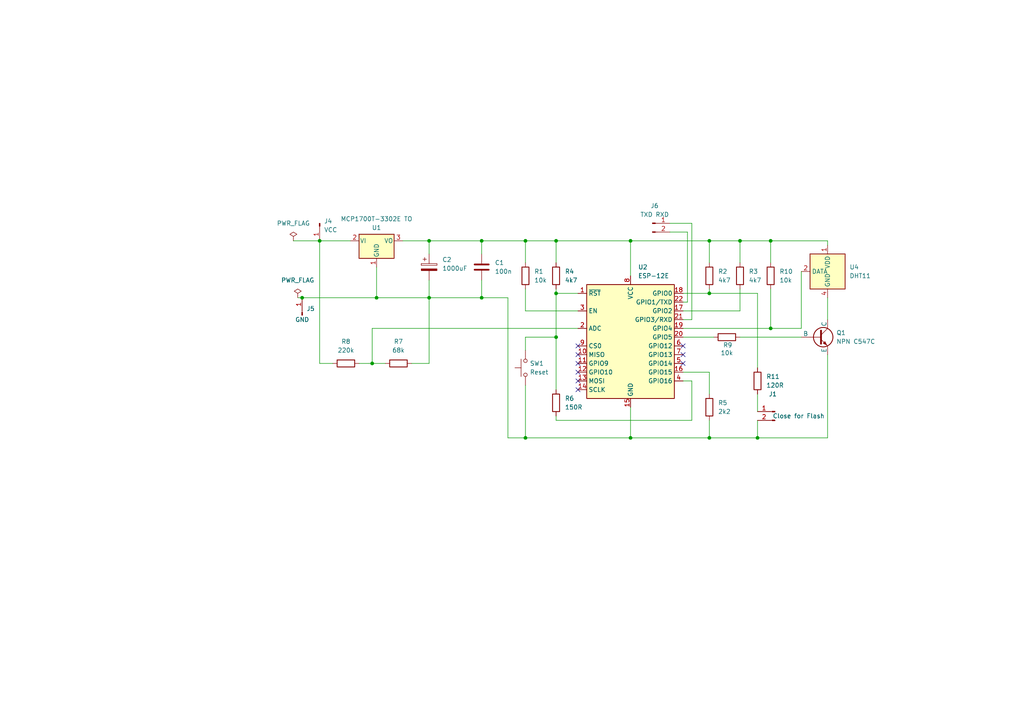
<source format=kicad_sch>
(kicad_sch
	(version 20231120)
	(generator "eeschema")
	(generator_version "8.0")
	(uuid "a8e578c6-2cb7-4a53-8287-39a264e1a4c7")
	(paper "A4")
	(title_block
		(title "ESP-12E battery powered temperature/humidity sensor V1")
	)
	(lib_symbols
		(symbol "Connector:Conn_01x01_Pin"
			(pin_names
				(offset 1.016) hide)
			(exclude_from_sim no)
			(in_bom yes)
			(on_board yes)
			(property "Reference" "J"
				(at 0 2.54 0)
				(effects
					(font
						(size 1.27 1.27)
					)
				)
			)
			(property "Value" "Conn_01x01_Pin"
				(at 0 -2.54 0)
				(effects
					(font
						(size 1.27 1.27)
					)
				)
			)
			(property "Footprint" ""
				(at 0 0 0)
				(effects
					(font
						(size 1.27 1.27)
					)
					(hide yes)
				)
			)
			(property "Datasheet" "~"
				(at 0 0 0)
				(effects
					(font
						(size 1.27 1.27)
					)
					(hide yes)
				)
			)
			(property "Description" "Generic connector, single row, 01x01, script generated"
				(at 0 0 0)
				(effects
					(font
						(size 1.27 1.27)
					)
					(hide yes)
				)
			)
			(property "ki_locked" ""
				(at 0 0 0)
				(effects
					(font
						(size 1.27 1.27)
					)
				)
			)
			(property "ki_keywords" "connector"
				(at 0 0 0)
				(effects
					(font
						(size 1.27 1.27)
					)
					(hide yes)
				)
			)
			(property "ki_fp_filters" "Connector*:*_1x??_*"
				(at 0 0 0)
				(effects
					(font
						(size 1.27 1.27)
					)
					(hide yes)
				)
			)
			(symbol "Conn_01x01_Pin_1_1"
				(polyline
					(pts
						(xy 1.27 0) (xy 0.8636 0)
					)
					(stroke
						(width 0.1524)
						(type default)
					)
					(fill
						(type none)
					)
				)
				(rectangle
					(start 0.8636 0.127)
					(end 0 -0.127)
					(stroke
						(width 0.1524)
						(type default)
					)
					(fill
						(type outline)
					)
				)
				(pin passive line
					(at 5.08 0 180)
					(length 3.81)
					(name "Pin_1"
						(effects
							(font
								(size 1.27 1.27)
							)
						)
					)
					(number "1"
						(effects
							(font
								(size 1.27 1.27)
							)
						)
					)
				)
			)
		)
		(symbol "Connector:Conn_01x02_Pin"
			(pin_names
				(offset 1.016) hide)
			(exclude_from_sim no)
			(in_bom yes)
			(on_board yes)
			(property "Reference" "J"
				(at 0 2.54 0)
				(effects
					(font
						(size 1.27 1.27)
					)
				)
			)
			(property "Value" "Conn_01x02_Pin"
				(at 0 -5.08 0)
				(effects
					(font
						(size 1.27 1.27)
					)
				)
			)
			(property "Footprint" ""
				(at 0 0 0)
				(effects
					(font
						(size 1.27 1.27)
					)
					(hide yes)
				)
			)
			(property "Datasheet" "~"
				(at 0 0 0)
				(effects
					(font
						(size 1.27 1.27)
					)
					(hide yes)
				)
			)
			(property "Description" "Generic connector, single row, 01x02, script generated"
				(at 0 0 0)
				(effects
					(font
						(size 1.27 1.27)
					)
					(hide yes)
				)
			)
			(property "ki_locked" ""
				(at 0 0 0)
				(effects
					(font
						(size 1.27 1.27)
					)
				)
			)
			(property "ki_keywords" "connector"
				(at 0 0 0)
				(effects
					(font
						(size 1.27 1.27)
					)
					(hide yes)
				)
			)
			(property "ki_fp_filters" "Connector*:*_1x??_*"
				(at 0 0 0)
				(effects
					(font
						(size 1.27 1.27)
					)
					(hide yes)
				)
			)
			(symbol "Conn_01x02_Pin_1_1"
				(polyline
					(pts
						(xy 1.27 -2.54) (xy 0.8636 -2.54)
					)
					(stroke
						(width 0.1524)
						(type default)
					)
					(fill
						(type none)
					)
				)
				(polyline
					(pts
						(xy 1.27 0) (xy 0.8636 0)
					)
					(stroke
						(width 0.1524)
						(type default)
					)
					(fill
						(type none)
					)
				)
				(rectangle
					(start 0.8636 -2.413)
					(end 0 -2.667)
					(stroke
						(width 0.1524)
						(type default)
					)
					(fill
						(type outline)
					)
				)
				(rectangle
					(start 0.8636 0.127)
					(end 0 -0.127)
					(stroke
						(width 0.1524)
						(type default)
					)
					(fill
						(type outline)
					)
				)
				(pin passive line
					(at 5.08 0 180)
					(length 3.81)
					(name "Pin_1"
						(effects
							(font
								(size 1.27 1.27)
							)
						)
					)
					(number "1"
						(effects
							(font
								(size 1.27 1.27)
							)
						)
					)
				)
				(pin passive line
					(at 5.08 -2.54 180)
					(length 3.81)
					(name "Pin_2"
						(effects
							(font
								(size 1.27 1.27)
							)
						)
					)
					(number "2"
						(effects
							(font
								(size 1.27 1.27)
							)
						)
					)
				)
			)
		)
		(symbol "Device:C"
			(pin_numbers hide)
			(pin_names
				(offset 0.254)
			)
			(exclude_from_sim no)
			(in_bom yes)
			(on_board yes)
			(property "Reference" "C"
				(at 0.635 2.54 0)
				(effects
					(font
						(size 1.27 1.27)
					)
					(justify left)
				)
			)
			(property "Value" "C"
				(at 0.635 -2.54 0)
				(effects
					(font
						(size 1.27 1.27)
					)
					(justify left)
				)
			)
			(property "Footprint" ""
				(at 0.9652 -3.81 0)
				(effects
					(font
						(size 1.27 1.27)
					)
					(hide yes)
				)
			)
			(property "Datasheet" "~"
				(at 0 0 0)
				(effects
					(font
						(size 1.27 1.27)
					)
					(hide yes)
				)
			)
			(property "Description" "Unpolarized capacitor"
				(at 0 0 0)
				(effects
					(font
						(size 1.27 1.27)
					)
					(hide yes)
				)
			)
			(property "ki_keywords" "cap capacitor"
				(at 0 0 0)
				(effects
					(font
						(size 1.27 1.27)
					)
					(hide yes)
				)
			)
			(property "ki_fp_filters" "C_*"
				(at 0 0 0)
				(effects
					(font
						(size 1.27 1.27)
					)
					(hide yes)
				)
			)
			(symbol "C_0_1"
				(polyline
					(pts
						(xy -2.032 -0.762) (xy 2.032 -0.762)
					)
					(stroke
						(width 0.508)
						(type default)
					)
					(fill
						(type none)
					)
				)
				(polyline
					(pts
						(xy -2.032 0.762) (xy 2.032 0.762)
					)
					(stroke
						(width 0.508)
						(type default)
					)
					(fill
						(type none)
					)
				)
			)
			(symbol "C_1_1"
				(pin passive line
					(at 0 3.81 270)
					(length 2.794)
					(name "~"
						(effects
							(font
								(size 1.27 1.27)
							)
						)
					)
					(number "1"
						(effects
							(font
								(size 1.27 1.27)
							)
						)
					)
				)
				(pin passive line
					(at 0 -3.81 90)
					(length 2.794)
					(name "~"
						(effects
							(font
								(size 1.27 1.27)
							)
						)
					)
					(number "2"
						(effects
							(font
								(size 1.27 1.27)
							)
						)
					)
				)
			)
		)
		(symbol "Device:C_Polarized"
			(pin_numbers hide)
			(pin_names
				(offset 0.254)
			)
			(exclude_from_sim no)
			(in_bom yes)
			(on_board yes)
			(property "Reference" "C"
				(at 0.635 2.54 0)
				(effects
					(font
						(size 1.27 1.27)
					)
					(justify left)
				)
			)
			(property "Value" "C_Polarized"
				(at 0.635 -2.54 0)
				(effects
					(font
						(size 1.27 1.27)
					)
					(justify left)
				)
			)
			(property "Footprint" ""
				(at 0.9652 -3.81 0)
				(effects
					(font
						(size 1.27 1.27)
					)
					(hide yes)
				)
			)
			(property "Datasheet" "~"
				(at 0 0 0)
				(effects
					(font
						(size 1.27 1.27)
					)
					(hide yes)
				)
			)
			(property "Description" "Polarized capacitor"
				(at 0 0 0)
				(effects
					(font
						(size 1.27 1.27)
					)
					(hide yes)
				)
			)
			(property "ki_keywords" "cap capacitor"
				(at 0 0 0)
				(effects
					(font
						(size 1.27 1.27)
					)
					(hide yes)
				)
			)
			(property "ki_fp_filters" "CP_*"
				(at 0 0 0)
				(effects
					(font
						(size 1.27 1.27)
					)
					(hide yes)
				)
			)
			(symbol "C_Polarized_0_1"
				(rectangle
					(start -2.286 0.508)
					(end 2.286 1.016)
					(stroke
						(width 0)
						(type default)
					)
					(fill
						(type none)
					)
				)
				(polyline
					(pts
						(xy -1.778 2.286) (xy -0.762 2.286)
					)
					(stroke
						(width 0)
						(type default)
					)
					(fill
						(type none)
					)
				)
				(polyline
					(pts
						(xy -1.27 2.794) (xy -1.27 1.778)
					)
					(stroke
						(width 0)
						(type default)
					)
					(fill
						(type none)
					)
				)
				(rectangle
					(start 2.286 -0.508)
					(end -2.286 -1.016)
					(stroke
						(width 0)
						(type default)
					)
					(fill
						(type outline)
					)
				)
			)
			(symbol "C_Polarized_1_1"
				(pin passive line
					(at 0 3.81 270)
					(length 2.794)
					(name "~"
						(effects
							(font
								(size 1.27 1.27)
							)
						)
					)
					(number "1"
						(effects
							(font
								(size 1.27 1.27)
							)
						)
					)
				)
				(pin passive line
					(at 0 -3.81 90)
					(length 2.794)
					(name "~"
						(effects
							(font
								(size 1.27 1.27)
							)
						)
					)
					(number "2"
						(effects
							(font
								(size 1.27 1.27)
							)
						)
					)
				)
			)
		)
		(symbol "Device:R"
			(pin_numbers hide)
			(pin_names
				(offset 0)
			)
			(exclude_from_sim no)
			(in_bom yes)
			(on_board yes)
			(property "Reference" "R"
				(at 2.032 0 90)
				(effects
					(font
						(size 1.27 1.27)
					)
				)
			)
			(property "Value" "R"
				(at 0 0 90)
				(effects
					(font
						(size 1.27 1.27)
					)
				)
			)
			(property "Footprint" ""
				(at -1.778 0 90)
				(effects
					(font
						(size 1.27 1.27)
					)
					(hide yes)
				)
			)
			(property "Datasheet" "~"
				(at 0 0 0)
				(effects
					(font
						(size 1.27 1.27)
					)
					(hide yes)
				)
			)
			(property "Description" "Resistor"
				(at 0 0 0)
				(effects
					(font
						(size 1.27 1.27)
					)
					(hide yes)
				)
			)
			(property "ki_keywords" "R res resistor"
				(at 0 0 0)
				(effects
					(font
						(size 1.27 1.27)
					)
					(hide yes)
				)
			)
			(property "ki_fp_filters" "R_*"
				(at 0 0 0)
				(effects
					(font
						(size 1.27 1.27)
					)
					(hide yes)
				)
			)
			(symbol "R_0_1"
				(rectangle
					(start -1.016 -2.54)
					(end 1.016 2.54)
					(stroke
						(width 0.254)
						(type default)
					)
					(fill
						(type none)
					)
				)
			)
			(symbol "R_1_1"
				(pin passive line
					(at 0 3.81 270)
					(length 1.27)
					(name "~"
						(effects
							(font
								(size 1.27 1.27)
							)
						)
					)
					(number "1"
						(effects
							(font
								(size 1.27 1.27)
							)
						)
					)
				)
				(pin passive line
					(at 0 -3.81 90)
					(length 1.27)
					(name "~"
						(effects
							(font
								(size 1.27 1.27)
							)
						)
					)
					(number "2"
						(effects
							(font
								(size 1.27 1.27)
							)
						)
					)
				)
			)
		)
		(symbol "RF_Module:ESP-12E"
			(exclude_from_sim no)
			(in_bom yes)
			(on_board yes)
			(property "Reference" "U"
				(at -12.7 19.05 0)
				(effects
					(font
						(size 1.27 1.27)
					)
					(justify left)
				)
			)
			(property "Value" "ESP-12E"
				(at 12.7 19.05 0)
				(effects
					(font
						(size 1.27 1.27)
					)
					(justify right)
				)
			)
			(property "Footprint" "RF_Module:ESP-12E"
				(at 0 0 0)
				(effects
					(font
						(size 1.27 1.27)
					)
					(hide yes)
				)
			)
			(property "Datasheet" "http://wiki.ai-thinker.com/_media/esp8266/esp8266_series_modules_user_manual_v1.1.pdf"
				(at -8.89 2.54 0)
				(effects
					(font
						(size 1.27 1.27)
					)
					(hide yes)
				)
			)
			(property "Description" "802.11 b/g/n Wi-Fi Module"
				(at 0 0 0)
				(effects
					(font
						(size 1.27 1.27)
					)
					(hide yes)
				)
			)
			(property "ki_keywords" "802.11 Wi-Fi"
				(at 0 0 0)
				(effects
					(font
						(size 1.27 1.27)
					)
					(hide yes)
				)
			)
			(property "ki_fp_filters" "ESP?12*"
				(at 0 0 0)
				(effects
					(font
						(size 1.27 1.27)
					)
					(hide yes)
				)
			)
			(symbol "ESP-12E_0_1"
				(rectangle
					(start -12.7 17.78)
					(end 12.7 -15.24)
					(stroke
						(width 0.254)
						(type default)
					)
					(fill
						(type background)
					)
				)
			)
			(symbol "ESP-12E_1_1"
				(pin input line
					(at -15.24 15.24 0)
					(length 2.54)
					(name "~{RST}"
						(effects
							(font
								(size 1.27 1.27)
							)
						)
					)
					(number "1"
						(effects
							(font
								(size 1.27 1.27)
							)
						)
					)
				)
				(pin bidirectional line
					(at -15.24 -2.54 0)
					(length 2.54)
					(name "MISO"
						(effects
							(font
								(size 1.27 1.27)
							)
						)
					)
					(number "10"
						(effects
							(font
								(size 1.27 1.27)
							)
						)
					)
				)
				(pin bidirectional line
					(at -15.24 -5.08 0)
					(length 2.54)
					(name "GPIO9"
						(effects
							(font
								(size 1.27 1.27)
							)
						)
					)
					(number "11"
						(effects
							(font
								(size 1.27 1.27)
							)
						)
					)
				)
				(pin bidirectional line
					(at -15.24 -7.62 0)
					(length 2.54)
					(name "GPIO10"
						(effects
							(font
								(size 1.27 1.27)
							)
						)
					)
					(number "12"
						(effects
							(font
								(size 1.27 1.27)
							)
						)
					)
				)
				(pin bidirectional line
					(at -15.24 -10.16 0)
					(length 2.54)
					(name "MOSI"
						(effects
							(font
								(size 1.27 1.27)
							)
						)
					)
					(number "13"
						(effects
							(font
								(size 1.27 1.27)
							)
						)
					)
				)
				(pin bidirectional line
					(at -15.24 -12.7 0)
					(length 2.54)
					(name "SCLK"
						(effects
							(font
								(size 1.27 1.27)
							)
						)
					)
					(number "14"
						(effects
							(font
								(size 1.27 1.27)
							)
						)
					)
				)
				(pin power_in line
					(at 0 -17.78 90)
					(length 2.54)
					(name "GND"
						(effects
							(font
								(size 1.27 1.27)
							)
						)
					)
					(number "15"
						(effects
							(font
								(size 1.27 1.27)
							)
						)
					)
				)
				(pin bidirectional line
					(at 15.24 -7.62 180)
					(length 2.54)
					(name "GPIO15"
						(effects
							(font
								(size 1.27 1.27)
							)
						)
					)
					(number "16"
						(effects
							(font
								(size 1.27 1.27)
							)
						)
					)
				)
				(pin bidirectional line
					(at 15.24 10.16 180)
					(length 2.54)
					(name "GPIO2"
						(effects
							(font
								(size 1.27 1.27)
							)
						)
					)
					(number "17"
						(effects
							(font
								(size 1.27 1.27)
							)
						)
					)
				)
				(pin bidirectional line
					(at 15.24 15.24 180)
					(length 2.54)
					(name "GPIO0"
						(effects
							(font
								(size 1.27 1.27)
							)
						)
					)
					(number "18"
						(effects
							(font
								(size 1.27 1.27)
							)
						)
					)
				)
				(pin bidirectional line
					(at 15.24 5.08 180)
					(length 2.54)
					(name "GPIO4"
						(effects
							(font
								(size 1.27 1.27)
							)
						)
					)
					(number "19"
						(effects
							(font
								(size 1.27 1.27)
							)
						)
					)
				)
				(pin input line
					(at -15.24 5.08 0)
					(length 2.54)
					(name "ADC"
						(effects
							(font
								(size 1.27 1.27)
							)
						)
					)
					(number "2"
						(effects
							(font
								(size 1.27 1.27)
							)
						)
					)
				)
				(pin bidirectional line
					(at 15.24 2.54 180)
					(length 2.54)
					(name "GPIO5"
						(effects
							(font
								(size 1.27 1.27)
							)
						)
					)
					(number "20"
						(effects
							(font
								(size 1.27 1.27)
							)
						)
					)
				)
				(pin bidirectional line
					(at 15.24 7.62 180)
					(length 2.54)
					(name "GPIO3/RXD"
						(effects
							(font
								(size 1.27 1.27)
							)
						)
					)
					(number "21"
						(effects
							(font
								(size 1.27 1.27)
							)
						)
					)
				)
				(pin bidirectional line
					(at 15.24 12.7 180)
					(length 2.54)
					(name "GPIO1/TXD"
						(effects
							(font
								(size 1.27 1.27)
							)
						)
					)
					(number "22"
						(effects
							(font
								(size 1.27 1.27)
							)
						)
					)
				)
				(pin input line
					(at -15.24 10.16 0)
					(length 2.54)
					(name "EN"
						(effects
							(font
								(size 1.27 1.27)
							)
						)
					)
					(number "3"
						(effects
							(font
								(size 1.27 1.27)
							)
						)
					)
				)
				(pin bidirectional line
					(at 15.24 -10.16 180)
					(length 2.54)
					(name "GPIO16"
						(effects
							(font
								(size 1.27 1.27)
							)
						)
					)
					(number "4"
						(effects
							(font
								(size 1.27 1.27)
							)
						)
					)
				)
				(pin bidirectional line
					(at 15.24 -5.08 180)
					(length 2.54)
					(name "GPIO14"
						(effects
							(font
								(size 1.27 1.27)
							)
						)
					)
					(number "5"
						(effects
							(font
								(size 1.27 1.27)
							)
						)
					)
				)
				(pin bidirectional line
					(at 15.24 0 180)
					(length 2.54)
					(name "GPIO12"
						(effects
							(font
								(size 1.27 1.27)
							)
						)
					)
					(number "6"
						(effects
							(font
								(size 1.27 1.27)
							)
						)
					)
				)
				(pin bidirectional line
					(at 15.24 -2.54 180)
					(length 2.54)
					(name "GPIO13"
						(effects
							(font
								(size 1.27 1.27)
							)
						)
					)
					(number "7"
						(effects
							(font
								(size 1.27 1.27)
							)
						)
					)
				)
				(pin power_in line
					(at 0 20.32 270)
					(length 2.54)
					(name "VCC"
						(effects
							(font
								(size 1.27 1.27)
							)
						)
					)
					(number "8"
						(effects
							(font
								(size 1.27 1.27)
							)
						)
					)
				)
				(pin input line
					(at -15.24 0 0)
					(length 2.54)
					(name "CS0"
						(effects
							(font
								(size 1.27 1.27)
							)
						)
					)
					(number "9"
						(effects
							(font
								(size 1.27 1.27)
							)
						)
					)
				)
			)
		)
		(symbol "Regulator_Linear:MCP1700x-330xxTO"
			(pin_names
				(offset 0.254)
			)
			(exclude_from_sim no)
			(in_bom yes)
			(on_board yes)
			(property "Reference" "U"
				(at -3.81 -3.175 0)
				(effects
					(font
						(size 1.27 1.27)
					)
				)
			)
			(property "Value" "MCP1700x-330xxTO"
				(at 0 -3.175 0)
				(effects
					(font
						(size 1.27 1.27)
					)
					(justify left)
				)
			)
			(property "Footprint" "Package_TO_SOT_THT:TO-92_Inline"
				(at 0 -5.08 0)
				(effects
					(font
						(size 1.27 1.27)
						(italic yes)
					)
					(hide yes)
				)
			)
			(property "Datasheet" "http://ww1.microchip.com/downloads/en/DeviceDoc/20001826D.pdf"
				(at 0 0 0)
				(effects
					(font
						(size 1.27 1.27)
					)
					(hide yes)
				)
			)
			(property "Description" "250mA Low Quiscent Current LDO, 3.3V output, TO-92"
				(at 0 0 0)
				(effects
					(font
						(size 1.27 1.27)
					)
					(hide yes)
				)
			)
			(property "ki_keywords" "regulator linear ldo"
				(at 0 0 0)
				(effects
					(font
						(size 1.27 1.27)
					)
					(hide yes)
				)
			)
			(property "ki_fp_filters" "TO?92*"
				(at 0 0 0)
				(effects
					(font
						(size 1.27 1.27)
					)
					(hide yes)
				)
			)
			(symbol "MCP1700x-330xxTO_0_1"
				(rectangle
					(start -5.08 5.08)
					(end 5.08 -1.905)
					(stroke
						(width 0.254)
						(type default)
					)
					(fill
						(type background)
					)
				)
			)
			(symbol "MCP1700x-330xxTO_1_1"
				(pin power_in line
					(at 0 7.62 270)
					(length 2.54)
					(name "GND"
						(effects
							(font
								(size 1.27 1.27)
							)
						)
					)
					(number "1"
						(effects
							(font
								(size 1.27 1.27)
							)
						)
					)
				)
				(pin power_in line
					(at -7.62 0 0)
					(length 2.54)
					(name "VI"
						(effects
							(font
								(size 1.27 1.27)
							)
						)
					)
					(number "2"
						(effects
							(font
								(size 1.27 1.27)
							)
						)
					)
				)
				(pin power_out line
					(at 7.62 0 180)
					(length 2.54)
					(name "VO"
						(effects
							(font
								(size 1.27 1.27)
							)
						)
					)
					(number "3"
						(effects
							(font
								(size 1.27 1.27)
							)
						)
					)
				)
			)
		)
		(symbol "Sensor:DHT11"
			(exclude_from_sim no)
			(in_bom yes)
			(on_board yes)
			(property "Reference" "U"
				(at -3.81 6.35 0)
				(effects
					(font
						(size 1.27 1.27)
					)
				)
			)
			(property "Value" "DHT11"
				(at 3.81 6.35 0)
				(effects
					(font
						(size 1.27 1.27)
					)
				)
			)
			(property "Footprint" "Sensor:Aosong_DHT11_5.5x12.0_P2.54mm"
				(at 0 -10.16 0)
				(effects
					(font
						(size 1.27 1.27)
					)
					(hide yes)
				)
			)
			(property "Datasheet" "http://akizukidenshi.com/download/ds/aosong/DHT11.pdf"
				(at 3.81 6.35 0)
				(effects
					(font
						(size 1.27 1.27)
					)
					(hide yes)
				)
			)
			(property "Description" "3.3V to 5.5V, temperature and humidity module, DHT11"
				(at 0 0 0)
				(effects
					(font
						(size 1.27 1.27)
					)
					(hide yes)
				)
			)
			(property "ki_keywords" "digital sensor"
				(at 0 0 0)
				(effects
					(font
						(size 1.27 1.27)
					)
					(hide yes)
				)
			)
			(property "ki_fp_filters" "Aosong*DHT11*5.5x12.0*P2.54mm*"
				(at 0 0 0)
				(effects
					(font
						(size 1.27 1.27)
					)
					(hide yes)
				)
			)
			(symbol "DHT11_0_1"
				(rectangle
					(start -5.08 5.08)
					(end 5.08 -5.08)
					(stroke
						(width 0.254)
						(type default)
					)
					(fill
						(type background)
					)
				)
			)
			(symbol "DHT11_1_1"
				(pin power_in line
					(at 0 7.62 270)
					(length 2.54)
					(name "VDD"
						(effects
							(font
								(size 1.27 1.27)
							)
						)
					)
					(number "1"
						(effects
							(font
								(size 1.27 1.27)
							)
						)
					)
				)
				(pin bidirectional line
					(at 7.62 0 180)
					(length 2.54)
					(name "DATA"
						(effects
							(font
								(size 1.27 1.27)
							)
						)
					)
					(number "2"
						(effects
							(font
								(size 1.27 1.27)
							)
						)
					)
				)
				(pin no_connect line
					(at -5.08 0 0)
					(length 2.54) hide
					(name "NC"
						(effects
							(font
								(size 1.27 1.27)
							)
						)
					)
					(number "3"
						(effects
							(font
								(size 1.27 1.27)
							)
						)
					)
				)
				(pin power_in line
					(at 0 -7.62 90)
					(length 2.54)
					(name "GND"
						(effects
							(font
								(size 1.27 1.27)
							)
						)
					)
					(number "4"
						(effects
							(font
								(size 1.27 1.27)
							)
						)
					)
				)
			)
		)
		(symbol "Simulation_SPICE:NPN"
			(pin_numbers hide)
			(pin_names
				(offset 0)
			)
			(exclude_from_sim no)
			(in_bom yes)
			(on_board yes)
			(property "Reference" "Q"
				(at -2.54 7.62 0)
				(effects
					(font
						(size 1.27 1.27)
					)
				)
			)
			(property "Value" "NPN"
				(at -2.54 5.08 0)
				(effects
					(font
						(size 1.27 1.27)
					)
				)
			)
			(property "Footprint" ""
				(at 63.5 0 0)
				(effects
					(font
						(size 1.27 1.27)
					)
					(hide yes)
				)
			)
			(property "Datasheet" "https://ngspice.sourceforge.io/docs/ngspice-html-manual/manual.xhtml#cha_BJTs"
				(at 63.5 0 0)
				(effects
					(font
						(size 1.27 1.27)
					)
					(hide yes)
				)
			)
			(property "Description" "Bipolar transistor symbol for simulation only, substrate tied to the emitter"
				(at 0 0 0)
				(effects
					(font
						(size 1.27 1.27)
					)
					(hide yes)
				)
			)
			(property "Sim.Device" "NPN"
				(at 0 0 0)
				(effects
					(font
						(size 1.27 1.27)
					)
					(hide yes)
				)
			)
			(property "Sim.Type" "GUMMELPOON"
				(at 0 0 0)
				(effects
					(font
						(size 1.27 1.27)
					)
					(hide yes)
				)
			)
			(property "Sim.Pins" "1=C 2=B 3=E"
				(at 0 0 0)
				(effects
					(font
						(size 1.27 1.27)
					)
					(hide yes)
				)
			)
			(property "ki_keywords" "simulation"
				(at 0 0 0)
				(effects
					(font
						(size 1.27 1.27)
					)
					(hide yes)
				)
			)
			(symbol "NPN_0_1"
				(polyline
					(pts
						(xy -2.54 0) (xy 0.635 0)
					)
					(stroke
						(width 0.1524)
						(type default)
					)
					(fill
						(type none)
					)
				)
				(polyline
					(pts
						(xy 0.635 0.635) (xy 2.54 2.54)
					)
					(stroke
						(width 0)
						(type default)
					)
					(fill
						(type none)
					)
				)
				(polyline
					(pts
						(xy 2.794 -1.27) (xy 2.794 -1.27)
					)
					(stroke
						(width 0.1524)
						(type default)
					)
					(fill
						(type none)
					)
				)
				(polyline
					(pts
						(xy 2.794 -1.27) (xy 2.794 -1.27)
					)
					(stroke
						(width 0.1524)
						(type default)
					)
					(fill
						(type none)
					)
				)
				(polyline
					(pts
						(xy 0.635 -0.635) (xy 2.54 -2.54) (xy 2.54 -2.54)
					)
					(stroke
						(width 0)
						(type default)
					)
					(fill
						(type none)
					)
				)
				(polyline
					(pts
						(xy 0.635 1.905) (xy 0.635 -1.905) (xy 0.635 -1.905)
					)
					(stroke
						(width 0.508)
						(type default)
					)
					(fill
						(type none)
					)
				)
				(polyline
					(pts
						(xy 1.27 -1.778) (xy 1.778 -1.27) (xy 2.286 -2.286) (xy 1.27 -1.778) (xy 1.27 -1.778)
					)
					(stroke
						(width 0)
						(type default)
					)
					(fill
						(type outline)
					)
				)
				(circle
					(center 1.27 0)
					(radius 2.8194)
					(stroke
						(width 0.254)
						(type default)
					)
					(fill
						(type none)
					)
				)
			)
			(symbol "NPN_1_1"
				(pin open_collector line
					(at 2.54 5.08 270)
					(length 2.54)
					(name "C"
						(effects
							(font
								(size 1.27 1.27)
							)
						)
					)
					(number "1"
						(effects
							(font
								(size 1.27 1.27)
							)
						)
					)
				)
				(pin input line
					(at -5.08 0 0)
					(length 2.54)
					(name "B"
						(effects
							(font
								(size 1.27 1.27)
							)
						)
					)
					(number "2"
						(effects
							(font
								(size 1.27 1.27)
							)
						)
					)
				)
				(pin open_emitter line
					(at 2.54 -5.08 90)
					(length 2.54)
					(name "E"
						(effects
							(font
								(size 1.27 1.27)
							)
						)
					)
					(number "3"
						(effects
							(font
								(size 1.27 1.27)
							)
						)
					)
				)
			)
		)
		(symbol "Switch:SW_Push"
			(pin_numbers hide)
			(pin_names
				(offset 1.016) hide)
			(exclude_from_sim no)
			(in_bom yes)
			(on_board yes)
			(property "Reference" "SW"
				(at 1.27 2.54 0)
				(effects
					(font
						(size 1.27 1.27)
					)
					(justify left)
				)
			)
			(property "Value" "SW_Push"
				(at 0 -1.524 0)
				(effects
					(font
						(size 1.27 1.27)
					)
				)
			)
			(property "Footprint" ""
				(at 0 5.08 0)
				(effects
					(font
						(size 1.27 1.27)
					)
					(hide yes)
				)
			)
			(property "Datasheet" "~"
				(at 0 5.08 0)
				(effects
					(font
						(size 1.27 1.27)
					)
					(hide yes)
				)
			)
			(property "Description" "Push button switch, generic, two pins"
				(at 0 0 0)
				(effects
					(font
						(size 1.27 1.27)
					)
					(hide yes)
				)
			)
			(property "ki_keywords" "switch normally-open pushbutton push-button"
				(at 0 0 0)
				(effects
					(font
						(size 1.27 1.27)
					)
					(hide yes)
				)
			)
			(symbol "SW_Push_0_1"
				(circle
					(center -2.032 0)
					(radius 0.508)
					(stroke
						(width 0)
						(type default)
					)
					(fill
						(type none)
					)
				)
				(polyline
					(pts
						(xy 0 1.27) (xy 0 3.048)
					)
					(stroke
						(width 0)
						(type default)
					)
					(fill
						(type none)
					)
				)
				(polyline
					(pts
						(xy 2.54 1.27) (xy -2.54 1.27)
					)
					(stroke
						(width 0)
						(type default)
					)
					(fill
						(type none)
					)
				)
				(circle
					(center 2.032 0)
					(radius 0.508)
					(stroke
						(width 0)
						(type default)
					)
					(fill
						(type none)
					)
				)
				(pin passive line
					(at -5.08 0 0)
					(length 2.54)
					(name "1"
						(effects
							(font
								(size 1.27 1.27)
							)
						)
					)
					(number "1"
						(effects
							(font
								(size 1.27 1.27)
							)
						)
					)
				)
				(pin passive line
					(at 5.08 0 180)
					(length 2.54)
					(name "2"
						(effects
							(font
								(size 1.27 1.27)
							)
						)
					)
					(number "2"
						(effects
							(font
								(size 1.27 1.27)
							)
						)
					)
				)
			)
		)
		(symbol "power:PWR_FLAG"
			(power)
			(pin_numbers hide)
			(pin_names
				(offset 0) hide)
			(exclude_from_sim no)
			(in_bom yes)
			(on_board yes)
			(property "Reference" "#FLG"
				(at 0 1.905 0)
				(effects
					(font
						(size 1.27 1.27)
					)
					(hide yes)
				)
			)
			(property "Value" "PWR_FLAG"
				(at 0 3.81 0)
				(effects
					(font
						(size 1.27 1.27)
					)
				)
			)
			(property "Footprint" ""
				(at 0 0 0)
				(effects
					(font
						(size 1.27 1.27)
					)
					(hide yes)
				)
			)
			(property "Datasheet" "~"
				(at 0 0 0)
				(effects
					(font
						(size 1.27 1.27)
					)
					(hide yes)
				)
			)
			(property "Description" "Special symbol for telling ERC where power comes from"
				(at 0 0 0)
				(effects
					(font
						(size 1.27 1.27)
					)
					(hide yes)
				)
			)
			(property "ki_keywords" "flag power"
				(at 0 0 0)
				(effects
					(font
						(size 1.27 1.27)
					)
					(hide yes)
				)
			)
			(symbol "PWR_FLAG_0_0"
				(pin power_out line
					(at 0 0 90)
					(length 0)
					(name "~"
						(effects
							(font
								(size 1.27 1.27)
							)
						)
					)
					(number "1"
						(effects
							(font
								(size 1.27 1.27)
							)
						)
					)
				)
			)
			(symbol "PWR_FLAG_0_1"
				(polyline
					(pts
						(xy 0 0) (xy 0 1.27) (xy -1.016 1.905) (xy 0 2.54) (xy 1.016 1.905) (xy 0 1.27)
					)
					(stroke
						(width 0)
						(type default)
					)
					(fill
						(type none)
					)
				)
			)
		)
	)
	(junction
		(at 92.71 69.85)
		(diameter 0)
		(color 0 0 0 0)
		(uuid "0fe319e0-f5b8-4cde-b625-82b02a58a5b5")
	)
	(junction
		(at 182.88 69.85)
		(diameter 0)
		(color 0 0 0 0)
		(uuid "224ddd7c-9e78-4b96-895f-8ac94cfeb3c8")
	)
	(junction
		(at 219.71 127)
		(diameter 0)
		(color 0 0 0 0)
		(uuid "2cc0d687-25e0-4312-977e-77286d149603")
	)
	(junction
		(at 161.29 97.79)
		(diameter 0)
		(color 0 0 0 0)
		(uuid "308bfd9d-a67c-45cb-a965-ec25b2c410e2")
	)
	(junction
		(at 152.4 69.85)
		(diameter 0)
		(color 0 0 0 0)
		(uuid "31ec4f34-abf8-4e2f-b68f-1b5d217d7a84")
	)
	(junction
		(at 139.7 69.85)
		(diameter 0)
		(color 0 0 0 0)
		(uuid "3617431b-df44-4230-8666-3e8bfb0b994d")
	)
	(junction
		(at 223.52 95.25)
		(diameter 0)
		(color 0 0 0 0)
		(uuid "472fbd06-b366-48d6-b445-33abe9cc3764")
	)
	(junction
		(at 205.74 85.09)
		(diameter 0)
		(color 0 0 0 0)
		(uuid "49e14f5e-98d6-492d-bb03-9a70e4426261")
	)
	(junction
		(at 161.29 85.09)
		(diameter 0)
		(color 0 0 0 0)
		(uuid "4c9f5644-d4c9-4646-a63d-245113587170")
	)
	(junction
		(at 161.29 69.85)
		(diameter 0)
		(color 0 0 0 0)
		(uuid "51698ff6-73ac-4028-bcbe-1d0a3032842e")
	)
	(junction
		(at 124.46 69.85)
		(diameter 0)
		(color 0 0 0 0)
		(uuid "5a1a707f-6507-48ca-988d-53087a24ae84")
	)
	(junction
		(at 87.63 86.36)
		(diameter 0)
		(color 0 0 0 0)
		(uuid "5bde33b2-02e3-4a0a-a392-a40c73177282")
	)
	(junction
		(at 205.74 127)
		(diameter 0)
		(color 0 0 0 0)
		(uuid "67c4bc66-288c-4da3-a8a3-d28f397bded4")
	)
	(junction
		(at 182.88 127)
		(diameter 0)
		(color 0 0 0 0)
		(uuid "7eb455c9-daa0-4fba-8bfd-709784232ae8")
	)
	(junction
		(at 124.46 86.36)
		(diameter 0)
		(color 0 0 0 0)
		(uuid "b292b159-46ad-4611-b507-2b853c676ae4")
	)
	(junction
		(at 107.95 105.41)
		(diameter 0)
		(color 0 0 0 0)
		(uuid "b3944821-b8aa-4dca-aa7e-f9c6dc58341a")
	)
	(junction
		(at 152.4 127)
		(diameter 0)
		(color 0 0 0 0)
		(uuid "bb1b332b-d4fe-4124-94f6-5b2f18c99cf0")
	)
	(junction
		(at 139.7 86.36)
		(diameter 0)
		(color 0 0 0 0)
		(uuid "d303f8d2-6ccc-41a3-a8aa-6245c2687fdf")
	)
	(junction
		(at 205.74 69.85)
		(diameter 0)
		(color 0 0 0 0)
		(uuid "d542c187-3ab7-4f68-86de-a7d40d9ac7e7")
	)
	(junction
		(at 214.63 69.85)
		(diameter 0)
		(color 0 0 0 0)
		(uuid "d59c9c1d-1826-4b8a-98bf-bfdb126ae8ed")
	)
	(junction
		(at 223.52 69.85)
		(diameter 0)
		(color 0 0 0 0)
		(uuid "f21407ad-0ce8-4313-9ba2-4fc1ac814bcf")
	)
	(junction
		(at 109.22 86.36)
		(diameter 0)
		(color 0 0 0 0)
		(uuid "f48f963f-8af3-4a69-b88a-881612ca94ae")
	)
	(no_connect
		(at 167.64 110.49)
		(uuid "078cbaa6-6b58-49fa-a848-36753c8876f0")
	)
	(no_connect
		(at 167.64 113.03)
		(uuid "0f1cf812-1df9-43ff-907d-6f060f6451b6")
	)
	(no_connect
		(at 167.64 105.41)
		(uuid "1c8028bc-0e3c-4d92-af2c-00f562d7add1")
	)
	(no_connect
		(at 167.64 100.33)
		(uuid "1e4a53fb-3dbb-46b1-b3aa-551a261a548e")
	)
	(no_connect
		(at 167.64 107.95)
		(uuid "1fc1b996-7b79-4a8c-a3cc-591e5e60e5ad")
	)
	(no_connect
		(at 167.64 102.87)
		(uuid "2ceeeedc-8702-44d9-b6fe-a2a0fd272177")
	)
	(no_connect
		(at 198.12 102.87)
		(uuid "3b2f58f4-09fe-4b4b-b5d8-414d47a515c2")
	)
	(no_connect
		(at 198.12 100.33)
		(uuid "aae8dfaa-5fda-4d1f-8652-658ddf17aea7")
	)
	(no_connect
		(at 198.12 105.41)
		(uuid "e99565ff-c410-421e-ac4e-2f83b267f91a")
	)
	(wire
		(pts
			(xy 161.29 69.85) (xy 161.29 76.2)
		)
		(stroke
			(width 0)
			(type default)
		)
		(uuid "0326e17d-9e32-48c0-a308-62044542e88a")
	)
	(wire
		(pts
			(xy 182.88 69.85) (xy 205.74 69.85)
		)
		(stroke
			(width 0)
			(type default)
		)
		(uuid "08bcbc58-022c-46be-9e06-0bff9f810206")
	)
	(wire
		(pts
			(xy 200.66 64.77) (xy 200.66 92.71)
		)
		(stroke
			(width 0)
			(type default)
		)
		(uuid "09639c26-f242-4e4c-950e-e16cf82f8bbf")
	)
	(wire
		(pts
			(xy 104.14 105.41) (xy 107.95 105.41)
		)
		(stroke
			(width 0)
			(type default)
		)
		(uuid "0a1d7340-adb7-4a15-b2f6-f632a94b30ec")
	)
	(wire
		(pts
			(xy 124.46 86.36) (xy 139.7 86.36)
		)
		(stroke
			(width 0)
			(type default)
		)
		(uuid "0a20f0c5-cecf-4b18-b745-e90fc5da2e46")
	)
	(wire
		(pts
			(xy 199.39 67.31) (xy 194.31 67.31)
		)
		(stroke
			(width 0)
			(type default)
		)
		(uuid "0bc26134-5425-45f3-87b1-5bbb3cacde9a")
	)
	(wire
		(pts
			(xy 240.03 69.85) (xy 240.03 71.12)
		)
		(stroke
			(width 0)
			(type default)
		)
		(uuid "0d7950d6-bace-4cc1-bd81-a2f20c1ef3ce")
	)
	(wire
		(pts
			(xy 182.88 127) (xy 205.74 127)
		)
		(stroke
			(width 0)
			(type default)
		)
		(uuid "0e007782-58e1-44dc-bde9-2a8228a9d8ad")
	)
	(wire
		(pts
			(xy 223.52 83.82) (xy 223.52 95.25)
		)
		(stroke
			(width 0)
			(type default)
		)
		(uuid "0f0738e0-61e5-42de-a94a-3bec903f6267")
	)
	(wire
		(pts
			(xy 199.39 67.31) (xy 199.39 87.63)
		)
		(stroke
			(width 0)
			(type default)
		)
		(uuid "116df335-327f-4ab6-9be6-4ad57759e41f")
	)
	(wire
		(pts
			(xy 205.74 107.95) (xy 205.74 114.3)
		)
		(stroke
			(width 0)
			(type default)
		)
		(uuid "14fa5e1c-5afa-4552-a3dd-1d2d45c19af7")
	)
	(wire
		(pts
			(xy 161.29 121.92) (xy 200.66 121.92)
		)
		(stroke
			(width 0)
			(type default)
		)
		(uuid "20735c21-e8e6-4cfd-aec0-66c44ac180c2")
	)
	(wire
		(pts
			(xy 152.4 101.6) (xy 152.4 97.79)
		)
		(stroke
			(width 0)
			(type default)
		)
		(uuid "27a66f15-3c1f-405a-9058-7ab1644c4e4c")
	)
	(wire
		(pts
			(xy 152.4 97.79) (xy 161.29 97.79)
		)
		(stroke
			(width 0)
			(type default)
		)
		(uuid "2b096f83-8551-49f4-bb8c-85a7eeb712e2")
	)
	(wire
		(pts
			(xy 147.32 127) (xy 152.4 127)
		)
		(stroke
			(width 0)
			(type default)
		)
		(uuid "2d531c24-8a76-466b-b295-53b5d964f4fb")
	)
	(wire
		(pts
			(xy 223.52 95.25) (xy 232.41 95.25)
		)
		(stroke
			(width 0)
			(type default)
		)
		(uuid "2e36176f-8340-472a-a461-8932db9148ff")
	)
	(wire
		(pts
			(xy 107.95 105.41) (xy 111.76 105.41)
		)
		(stroke
			(width 0)
			(type default)
		)
		(uuid "33e2e590-3837-43cf-9d4c-e4efeac059d7")
	)
	(wire
		(pts
			(xy 205.74 85.09) (xy 205.74 83.82)
		)
		(stroke
			(width 0)
			(type default)
		)
		(uuid "3740b713-6348-4174-aa75-17574f28bb9b")
	)
	(wire
		(pts
			(xy 152.4 90.17) (xy 152.4 83.82)
		)
		(stroke
			(width 0)
			(type default)
		)
		(uuid "384b683b-abd3-445a-9b20-ff437e3c987b")
	)
	(wire
		(pts
			(xy 124.46 105.41) (xy 119.38 105.41)
		)
		(stroke
			(width 0)
			(type default)
		)
		(uuid "3dd2d2d3-bdb3-476c-8847-c241fe999d80")
	)
	(wire
		(pts
			(xy 182.88 118.11) (xy 182.88 127)
		)
		(stroke
			(width 0)
			(type default)
		)
		(uuid "40bf76d4-e83c-435c-9f7c-bba808cc43ec")
	)
	(wire
		(pts
			(xy 161.29 69.85) (xy 182.88 69.85)
		)
		(stroke
			(width 0)
			(type default)
		)
		(uuid "41937bc8-d0e0-4e97-9797-334417615fbe")
	)
	(wire
		(pts
			(xy 107.95 95.25) (xy 167.64 95.25)
		)
		(stroke
			(width 0)
			(type default)
		)
		(uuid "49087843-a5bb-4645-8ccf-2ba41a68fe1a")
	)
	(wire
		(pts
			(xy 124.46 69.85) (xy 139.7 69.85)
		)
		(stroke
			(width 0)
			(type default)
		)
		(uuid "4a769097-632c-4278-8f0b-26d1b34ad838")
	)
	(wire
		(pts
			(xy 152.4 69.85) (xy 161.29 69.85)
		)
		(stroke
			(width 0)
			(type default)
		)
		(uuid "4f7daf7d-5284-4055-9478-505dd1b8714a")
	)
	(wire
		(pts
			(xy 139.7 86.36) (xy 147.32 86.36)
		)
		(stroke
			(width 0)
			(type default)
		)
		(uuid "5118a60c-3296-48b5-9df1-703066741dd1")
	)
	(wire
		(pts
			(xy 205.74 121.92) (xy 205.74 127)
		)
		(stroke
			(width 0)
			(type default)
		)
		(uuid "56ca8bee-c0c3-40c5-bb40-4415e2dc5c55")
	)
	(wire
		(pts
			(xy 205.74 69.85) (xy 214.63 69.85)
		)
		(stroke
			(width 0)
			(type default)
		)
		(uuid "586b9f90-dd1a-4471-a8c7-4359061735af")
	)
	(wire
		(pts
			(xy 147.32 86.36) (xy 147.32 127)
		)
		(stroke
			(width 0)
			(type default)
		)
		(uuid "61856615-4928-4f3b-9603-64f7ec2f88e8")
	)
	(wire
		(pts
			(xy 109.22 86.36) (xy 124.46 86.36)
		)
		(stroke
			(width 0)
			(type default)
		)
		(uuid "688a53fe-80b7-4186-be03-547ba9fc0e1a")
	)
	(wire
		(pts
			(xy 219.71 127) (xy 240.03 127)
		)
		(stroke
			(width 0)
			(type default)
		)
		(uuid "6b6bded0-0e25-44a7-85e1-2829c01d1be8")
	)
	(wire
		(pts
			(xy 219.71 121.92) (xy 219.71 127)
		)
		(stroke
			(width 0)
			(type default)
		)
		(uuid "6bed1bb8-caf8-48c3-aab1-91b97397bb5e")
	)
	(wire
		(pts
			(xy 214.63 76.2) (xy 214.63 69.85)
		)
		(stroke
			(width 0)
			(type default)
		)
		(uuid "6fc72967-4209-40d6-8f0f-805b28c4b5a2")
	)
	(wire
		(pts
			(xy 85.09 69.85) (xy 92.71 69.85)
		)
		(stroke
			(width 0)
			(type default)
		)
		(uuid "77e1f982-d1d2-4a70-b137-64dc3637447c")
	)
	(wire
		(pts
			(xy 182.88 69.85) (xy 182.88 80.01)
		)
		(stroke
			(width 0)
			(type default)
		)
		(uuid "780f1c25-d8db-4595-82fd-b7e6b6e85d28")
	)
	(wire
		(pts
			(xy 161.29 85.09) (xy 161.29 97.79)
		)
		(stroke
			(width 0)
			(type default)
		)
		(uuid "7d475ad1-7c75-4b84-b9ce-10c87e412a1a")
	)
	(wire
		(pts
			(xy 214.63 69.85) (xy 223.52 69.85)
		)
		(stroke
			(width 0)
			(type default)
		)
		(uuid "80f1d499-f8ad-4a34-8f11-2358408fd35f")
	)
	(wire
		(pts
			(xy 240.03 127) (xy 240.03 102.87)
		)
		(stroke
			(width 0)
			(type default)
		)
		(uuid "83be0ead-d324-4ab2-b0ff-7fb77e6bfe3d")
	)
	(wire
		(pts
			(xy 219.71 85.09) (xy 205.74 85.09)
		)
		(stroke
			(width 0)
			(type default)
		)
		(uuid "843b9666-8158-4f62-8bd4-f2ecd170c0c3")
	)
	(wire
		(pts
			(xy 124.46 81.28) (xy 124.46 86.36)
		)
		(stroke
			(width 0)
			(type default)
		)
		(uuid "8d338a2d-a157-4b75-94e2-017607b55728")
	)
	(wire
		(pts
			(xy 198.12 92.71) (xy 200.66 92.71)
		)
		(stroke
			(width 0)
			(type default)
		)
		(uuid "8f7d6ce9-2ca8-4bb9-9c8d-e2f8ae068a06")
	)
	(wire
		(pts
			(xy 200.66 121.92) (xy 200.66 110.49)
		)
		(stroke
			(width 0)
			(type default)
		)
		(uuid "92293dd1-c322-4f6a-95cb-a8a6e4320e75")
	)
	(wire
		(pts
			(xy 161.29 85.09) (xy 161.29 83.82)
		)
		(stroke
			(width 0)
			(type default)
		)
		(uuid "92595462-aaf3-491c-a284-8ae0cf4c6f51")
	)
	(wire
		(pts
			(xy 214.63 90.17) (xy 214.63 83.82)
		)
		(stroke
			(width 0)
			(type default)
		)
		(uuid "96b79217-23f1-4dbd-a140-4c3f988578bd")
	)
	(wire
		(pts
			(xy 92.71 69.85) (xy 92.71 105.41)
		)
		(stroke
			(width 0)
			(type default)
		)
		(uuid "9854cdd0-e900-4242-808b-e44d12329281")
	)
	(wire
		(pts
			(xy 167.64 85.09) (xy 161.29 85.09)
		)
		(stroke
			(width 0)
			(type default)
		)
		(uuid "9e03902f-79c3-4835-b3f5-ce12d80e0311")
	)
	(wire
		(pts
			(xy 198.12 90.17) (xy 214.63 90.17)
		)
		(stroke
			(width 0)
			(type default)
		)
		(uuid "a06a4f4d-5575-4b7f-971c-07e5c2677ab7")
	)
	(wire
		(pts
			(xy 198.12 97.79) (xy 207.01 97.79)
		)
		(stroke
			(width 0)
			(type default)
		)
		(uuid "a399cabd-7944-497c-b5c7-22b135c800b0")
	)
	(wire
		(pts
			(xy 87.63 86.36) (xy 109.22 86.36)
		)
		(stroke
			(width 0)
			(type default)
		)
		(uuid "a996dc45-e3f0-4542-8f8e-19bc43220c86")
	)
	(wire
		(pts
			(xy 152.4 127) (xy 182.88 127)
		)
		(stroke
			(width 0)
			(type default)
		)
		(uuid "acc7c761-b6cc-4fe8-9926-b73a36786744")
	)
	(wire
		(pts
			(xy 167.64 90.17) (xy 152.4 90.17)
		)
		(stroke
			(width 0)
			(type default)
		)
		(uuid "bd45e168-8df4-4ddf-8ee6-ba897fcf1c95")
	)
	(wire
		(pts
			(xy 232.41 78.74) (xy 232.41 95.25)
		)
		(stroke
			(width 0)
			(type default)
		)
		(uuid "c01bde30-63b5-4258-a71f-62375625d8cf")
	)
	(wire
		(pts
			(xy 200.66 64.77) (xy 194.31 64.77)
		)
		(stroke
			(width 0)
			(type default)
		)
		(uuid "c2fc612b-4dcd-4b79-a177-513d07e12103")
	)
	(wire
		(pts
			(xy 223.52 69.85) (xy 240.03 69.85)
		)
		(stroke
			(width 0)
			(type default)
		)
		(uuid "c5694143-3537-48bc-9221-a4bd021537ac")
	)
	(wire
		(pts
			(xy 139.7 69.85) (xy 139.7 73.66)
		)
		(stroke
			(width 0)
			(type default)
		)
		(uuid "c5c5ba6d-f4f0-4366-9c7c-5c8d1d818fa1")
	)
	(wire
		(pts
			(xy 214.63 97.79) (xy 232.41 97.79)
		)
		(stroke
			(width 0)
			(type default)
		)
		(uuid "c648d2c8-209b-4319-b64a-cc0b9cea425b")
	)
	(wire
		(pts
			(xy 198.12 95.25) (xy 223.52 95.25)
		)
		(stroke
			(width 0)
			(type default)
		)
		(uuid "ca2737cb-11ec-45b3-bb62-6a1a31892eda")
	)
	(wire
		(pts
			(xy 152.4 111.76) (xy 152.4 127)
		)
		(stroke
			(width 0)
			(type default)
		)
		(uuid "ca766401-743c-42e4-834e-4f38a601f9fc")
	)
	(wire
		(pts
			(xy 200.66 110.49) (xy 198.12 110.49)
		)
		(stroke
			(width 0)
			(type default)
		)
		(uuid "d16840a3-749f-4c01-82d2-86d7b0080dad")
	)
	(wire
		(pts
			(xy 198.12 107.95) (xy 205.74 107.95)
		)
		(stroke
			(width 0)
			(type default)
		)
		(uuid "d2edc747-d4b2-4b6d-b9be-5dd1a2c42bdd")
	)
	(wire
		(pts
			(xy 161.29 120.65) (xy 161.29 121.92)
		)
		(stroke
			(width 0)
			(type default)
		)
		(uuid "d37bb4e9-b9f4-4c6e-b819-338344c939e6")
	)
	(wire
		(pts
			(xy 240.03 86.36) (xy 240.03 92.71)
		)
		(stroke
			(width 0)
			(type default)
		)
		(uuid "d3bf750a-5612-4bb4-97a3-475b679ebd9e")
	)
	(wire
		(pts
			(xy 198.12 85.09) (xy 205.74 85.09)
		)
		(stroke
			(width 0)
			(type default)
		)
		(uuid "d51340b8-e98d-41e3-a486-ce6db02be066")
	)
	(wire
		(pts
			(xy 124.46 86.36) (xy 124.46 105.41)
		)
		(stroke
			(width 0)
			(type default)
		)
		(uuid "d81073be-6dfa-4a25-873e-50dd5741fbed")
	)
	(wire
		(pts
			(xy 109.22 77.47) (xy 109.22 86.36)
		)
		(stroke
			(width 0)
			(type default)
		)
		(uuid "d9c7abe5-65df-456e-ba47-5d8591c3120b")
	)
	(wire
		(pts
			(xy 223.52 69.85) (xy 223.52 76.2)
		)
		(stroke
			(width 0)
			(type default)
		)
		(uuid "dbda3af5-994a-4f64-897e-6b63f35f4ec7")
	)
	(wire
		(pts
			(xy 161.29 97.79) (xy 161.29 113.03)
		)
		(stroke
			(width 0)
			(type default)
		)
		(uuid "dd1b0264-e11c-4560-a159-c0bb5f7f4fda")
	)
	(wire
		(pts
			(xy 152.4 69.85) (xy 152.4 76.2)
		)
		(stroke
			(width 0)
			(type default)
		)
		(uuid "deee4063-231f-474c-a6d5-416e3768bfd6")
	)
	(wire
		(pts
			(xy 205.74 69.85) (xy 205.74 76.2)
		)
		(stroke
			(width 0)
			(type default)
		)
		(uuid "e0ac84d8-20c6-4f44-9344-032d184db096")
	)
	(wire
		(pts
			(xy 219.71 114.3) (xy 219.71 119.38)
		)
		(stroke
			(width 0)
			(type default)
		)
		(uuid "e2a5480b-dfc2-4e44-8bc9-d22334752f16")
	)
	(wire
		(pts
			(xy 199.39 87.63) (xy 198.12 87.63)
		)
		(stroke
			(width 0)
			(type default)
		)
		(uuid "e35fcbae-d4a2-4513-9014-27ec2145e124")
	)
	(wire
		(pts
			(xy 205.74 127) (xy 219.71 127)
		)
		(stroke
			(width 0)
			(type default)
		)
		(uuid "e4a5adcb-79b7-45c7-9250-7b3097efffbc")
	)
	(wire
		(pts
			(xy 219.71 106.68) (xy 219.71 85.09)
		)
		(stroke
			(width 0)
			(type default)
		)
		(uuid "e8778532-00ca-4068-a184-ca64650ffc6a")
	)
	(wire
		(pts
			(xy 124.46 69.85) (xy 124.46 73.66)
		)
		(stroke
			(width 0)
			(type default)
		)
		(uuid "e94f5eff-de91-465b-8e83-ec5a33a792de")
	)
	(wire
		(pts
			(xy 116.84 69.85) (xy 124.46 69.85)
		)
		(stroke
			(width 0)
			(type default)
		)
		(uuid "ec223255-00ac-426c-8a17-15b6d27df19b")
	)
	(wire
		(pts
			(xy 101.6 69.85) (xy 92.71 69.85)
		)
		(stroke
			(width 0)
			(type default)
		)
		(uuid "ed209cca-4169-4220-9636-67d7b91bc639")
	)
	(wire
		(pts
			(xy 139.7 81.28) (xy 139.7 86.36)
		)
		(stroke
			(width 0)
			(type default)
		)
		(uuid "ee247b8f-e0d4-4a60-ae08-2455ad328083")
	)
	(wire
		(pts
			(xy 86.36 86.36) (xy 87.63 86.36)
		)
		(stroke
			(width 0)
			(type default)
		)
		(uuid "f0d76e80-0980-4a17-bc54-a70c88338dde")
	)
	(wire
		(pts
			(xy 92.71 105.41) (xy 96.52 105.41)
		)
		(stroke
			(width 0)
			(type default)
		)
		(uuid "f18e9630-9dae-4fca-99d8-07d6aebcb4d6")
	)
	(wire
		(pts
			(xy 107.95 105.41) (xy 107.95 95.25)
		)
		(stroke
			(width 0)
			(type default)
		)
		(uuid "f28739ff-e1fb-469c-a40f-f62f17c6860d")
	)
	(wire
		(pts
			(xy 139.7 69.85) (xy 152.4 69.85)
		)
		(stroke
			(width 0)
			(type default)
		)
		(uuid "fc16388c-3ef7-4359-ae6b-29a306da1e37")
	)
	(symbol
		(lib_id "Connector:Conn_01x02_Pin")
		(at 189.23 64.77 0)
		(unit 1)
		(exclude_from_sim no)
		(in_bom yes)
		(on_board yes)
		(dnp no)
		(fields_autoplaced yes)
		(uuid "1b82bd48-50da-4458-90ad-fcb84750a8f8")
		(property "Reference" "J6"
			(at 189.865 59.69 0)
			(effects
				(font
					(size 1.27 1.27)
				)
			)
		)
		(property "Value" "TXD RXD"
			(at 189.865 62.23 0)
			(effects
				(font
					(size 1.27 1.27)
				)
			)
		)
		(property "Footprint" "Connector_PinHeader_2.54mm:PinHeader_1x02_P2.54mm_Vertical"
			(at 189.23 64.77 0)
			(effects
				(font
					(size 1.27 1.27)
				)
				(hide yes)
			)
		)
		(property "Datasheet" "~"
			(at 189.23 64.77 0)
			(effects
				(font
					(size 1.27 1.27)
				)
				(hide yes)
			)
		)
		(property "Description" "Generic connector, single row, 01x02, script generated"
			(at 189.23 64.77 0)
			(effects
				(font
					(size 1.27 1.27)
				)
				(hide yes)
			)
		)
		(pin "2"
			(uuid "fc446e45-b923-4198-81b5-ffccd26527cd")
		)
		(pin "1"
			(uuid "6f44ecc2-23a2-4798-a8a9-c00e9266a04a")
		)
		(instances
			(project ""
				(path "/a8e578c6-2cb7-4a53-8287-39a264e1a4c7"
					(reference "J6")
					(unit 1)
				)
			)
		)
	)
	(symbol
		(lib_id "Device:C")
		(at 139.7 77.47 0)
		(unit 1)
		(exclude_from_sim no)
		(in_bom yes)
		(on_board yes)
		(dnp no)
		(fields_autoplaced yes)
		(uuid "1b885ab9-25e6-44e1-885c-69a48c1f04ce")
		(property "Reference" "C1"
			(at 143.51 76.1999 0)
			(effects
				(font
					(size 1.27 1.27)
				)
				(justify left)
			)
		)
		(property "Value" "100n"
			(at 143.51 78.7399 0)
			(effects
				(font
					(size 1.27 1.27)
				)
				(justify left)
			)
		)
		(property "Footprint" "Capacitor_THT:CP_Radial_D8.0mm_P5.00mm"
			(at 140.6652 81.28 0)
			(effects
				(font
					(size 1.27 1.27)
				)
				(hide yes)
			)
		)
		(property "Datasheet" "~"
			(at 139.7 77.47 0)
			(effects
				(font
					(size 1.27 1.27)
				)
				(hide yes)
			)
		)
		(property "Description" "Unpolarized capacitor"
			(at 139.7 77.47 0)
			(effects
				(font
					(size 1.27 1.27)
				)
				(hide yes)
			)
		)
		(pin "1"
			(uuid "30368602-8f3b-44ea-8d19-fc0995f281a6")
		)
		(pin "2"
			(uuid "617c06de-d729-4eb1-af32-c92a47482313")
		)
		(instances
			(project ""
				(path "/a8e578c6-2cb7-4a53-8287-39a264e1a4c7"
					(reference "C1")
					(unit 1)
				)
			)
		)
	)
	(symbol
		(lib_id "Device:R")
		(at 219.71 110.49 0)
		(unit 1)
		(exclude_from_sim no)
		(in_bom yes)
		(on_board yes)
		(dnp no)
		(fields_autoplaced yes)
		(uuid "1fb03d80-566f-456c-8b91-921f1b3c37f8")
		(property "Reference" "R11"
			(at 222.25 109.2199 0)
			(effects
				(font
					(size 1.27 1.27)
				)
				(justify left)
			)
		)
		(property "Value" "120R"
			(at 222.25 111.7599 0)
			(effects
				(font
					(size 1.27 1.27)
				)
				(justify left)
			)
		)
		(property "Footprint" "Resistor_THT:R_Axial_DIN0207_L6.3mm_D2.5mm_P7.62mm_Horizontal"
			(at 217.932 110.49 90)
			(effects
				(font
					(size 1.27 1.27)
				)
				(hide yes)
			)
		)
		(property "Datasheet" "~"
			(at 219.71 110.49 0)
			(effects
				(font
					(size 1.27 1.27)
				)
				(hide yes)
			)
		)
		(property "Description" "Resistor"
			(at 219.71 110.49 0)
			(effects
				(font
					(size 1.27 1.27)
				)
				(hide yes)
			)
		)
		(pin "2"
			(uuid "a0d3bdaf-97eb-43c1-8450-c5669f1d4d15")
		)
		(pin "1"
			(uuid "6237ac57-eab3-4a2e-bfbc-8658562740c2")
		)
		(instances
			(project ""
				(path "/a8e578c6-2cb7-4a53-8287-39a264e1a4c7"
					(reference "R11")
					(unit 1)
				)
			)
		)
	)
	(symbol
		(lib_id "Connector:Conn_01x02_Pin")
		(at 224.79 119.38 0)
		(mirror y)
		(unit 1)
		(exclude_from_sim no)
		(in_bom yes)
		(on_board yes)
		(dnp no)
		(uuid "2f2abd47-d575-44eb-bb07-85e8e3032fcc")
		(property "Reference" "J1"
			(at 224.155 114.3 0)
			(effects
				(font
					(size 1.27 1.27)
				)
			)
		)
		(property "Value" "Close for Flash"
			(at 231.648 120.65 0)
			(effects
				(font
					(size 1.27 1.27)
				)
			)
		)
		(property "Footprint" "Connector_PinHeader_2.54mm:PinHeader_1x02_P2.54mm_Vertical"
			(at 224.79 119.38 0)
			(effects
				(font
					(size 1.27 1.27)
				)
				(hide yes)
			)
		)
		(property "Datasheet" "~"
			(at 224.79 119.38 0)
			(effects
				(font
					(size 1.27 1.27)
				)
				(hide yes)
			)
		)
		(property "Description" "Generic connector, single row, 01x02, script generated"
			(at 224.79 119.38 0)
			(effects
				(font
					(size 1.27 1.27)
				)
				(hide yes)
			)
		)
		(pin "2"
			(uuid "46bdab63-eef4-4a1b-b6e9-47d0d1dc814b")
		)
		(pin "1"
			(uuid "af02c1d2-bbd9-4066-8e98-ad6927f3063a")
		)
		(instances
			(project ""
				(path "/a8e578c6-2cb7-4a53-8287-39a264e1a4c7"
					(reference "J1")
					(unit 1)
				)
			)
		)
	)
	(symbol
		(lib_id "Device:R")
		(at 205.74 118.11 0)
		(unit 1)
		(exclude_from_sim no)
		(in_bom yes)
		(on_board yes)
		(dnp no)
		(fields_autoplaced yes)
		(uuid "33a2bdc2-4c1e-4737-9a54-7d6989588763")
		(property "Reference" "R5"
			(at 208.28 116.8399 0)
			(effects
				(font
					(size 1.27 1.27)
				)
				(justify left)
			)
		)
		(property "Value" "2k2"
			(at 208.28 119.3799 0)
			(effects
				(font
					(size 1.27 1.27)
				)
				(justify left)
			)
		)
		(property "Footprint" "Resistor_THT:R_Axial_DIN0207_L6.3mm_D2.5mm_P7.62mm_Horizontal"
			(at 203.962 118.11 90)
			(effects
				(font
					(size 1.27 1.27)
				)
				(hide yes)
			)
		)
		(property "Datasheet" "~"
			(at 205.74 118.11 0)
			(effects
				(font
					(size 1.27 1.27)
				)
				(hide yes)
			)
		)
		(property "Description" "Resistor"
			(at 205.74 118.11 0)
			(effects
				(font
					(size 1.27 1.27)
				)
				(hide yes)
			)
		)
		(pin "1"
			(uuid "7bfc09a8-88ea-42c3-8aba-120865dda08b")
		)
		(pin "2"
			(uuid "70b01dc7-5f6b-4262-893e-888e5fb38108")
		)
		(instances
			(project ""
				(path "/a8e578c6-2cb7-4a53-8287-39a264e1a4c7"
					(reference "R5")
					(unit 1)
				)
			)
		)
	)
	(symbol
		(lib_id "Regulator_Linear:MCP1700x-330xxTO")
		(at 109.22 69.85 0)
		(mirror x)
		(unit 1)
		(exclude_from_sim no)
		(in_bom yes)
		(on_board yes)
		(dnp no)
		(uuid "4a25fafe-62ba-4522-8319-c3f3514d9c1a")
		(property "Reference" "U1"
			(at 109.22 66.04 0)
			(effects
				(font
					(size 1.27 1.27)
				)
			)
		)
		(property "Value" "MCP1700T-3302E TO"
			(at 109.22 63.5 0)
			(effects
				(font
					(size 1.27 1.27)
				)
			)
		)
		(property "Footprint" "Package_TO_SOT_THT:TO-92_Inline"
			(at 109.22 64.77 0)
			(effects
				(font
					(size 1.27 1.27)
					(italic yes)
				)
				(hide yes)
			)
		)
		(property "Datasheet" "http://ww1.microchip.com/downloads/en/DeviceDoc/20001826D.pdf"
			(at 109.22 69.85 0)
			(effects
				(font
					(size 1.27 1.27)
				)
				(hide yes)
			)
		)
		(property "Description" "250mA Low Quiscent Current LDO, 3.3V output, TO-92"
			(at 109.22 69.85 0)
			(effects
				(font
					(size 1.27 1.27)
				)
				(hide yes)
			)
		)
		(pin "1"
			(uuid "6df771be-6fcd-4860-8b07-90af53226490")
		)
		(pin "3"
			(uuid "79d0ba77-8d5c-407a-98b2-2e23c815e895")
		)
		(pin "2"
			(uuid "d9264e07-ce08-441d-9f86-181e7137d8ae")
		)
		(instances
			(project ""
				(path "/a8e578c6-2cb7-4a53-8287-39a264e1a4c7"
					(reference "U1")
					(unit 1)
				)
			)
		)
	)
	(symbol
		(lib_id "Device:R")
		(at 214.63 80.01 0)
		(unit 1)
		(exclude_from_sim no)
		(in_bom yes)
		(on_board yes)
		(dnp no)
		(fields_autoplaced yes)
		(uuid "614deea9-c7dc-45f2-b033-7359615e9da0")
		(property "Reference" "R3"
			(at 217.17 78.7399 0)
			(effects
				(font
					(size 1.27 1.27)
				)
				(justify left)
			)
		)
		(property "Value" "4k7"
			(at 217.17 81.2799 0)
			(effects
				(font
					(size 1.27 1.27)
				)
				(justify left)
			)
		)
		(property "Footprint" "Resistor_THT:R_Axial_DIN0207_L6.3mm_D2.5mm_P7.62mm_Horizontal"
			(at 212.852 80.01 90)
			(effects
				(font
					(size 1.27 1.27)
				)
				(hide yes)
			)
		)
		(property "Datasheet" "~"
			(at 214.63 80.01 0)
			(effects
				(font
					(size 1.27 1.27)
				)
				(hide yes)
			)
		)
		(property "Description" "Resistor"
			(at 214.63 80.01 0)
			(effects
				(font
					(size 1.27 1.27)
				)
				(hide yes)
			)
		)
		(pin "2"
			(uuid "907256a6-1a2a-499a-b2f5-d7a8126e1802")
		)
		(pin "1"
			(uuid "7e9edb2f-0b6c-46ef-9164-34ea21250de4")
		)
		(instances
			(project ""
				(path "/a8e578c6-2cb7-4a53-8287-39a264e1a4c7"
					(reference "R3")
					(unit 1)
				)
			)
		)
	)
	(symbol
		(lib_id "Device:R")
		(at 152.4 80.01 0)
		(unit 1)
		(exclude_from_sim no)
		(in_bom yes)
		(on_board yes)
		(dnp no)
		(fields_autoplaced yes)
		(uuid "61f1204b-8641-4859-b2fd-f25ea9c51194")
		(property "Reference" "R1"
			(at 154.94 78.7399 0)
			(effects
				(font
					(size 1.27 1.27)
				)
				(justify left)
			)
		)
		(property "Value" "10k"
			(at 154.94 81.2799 0)
			(effects
				(font
					(size 1.27 1.27)
				)
				(justify left)
			)
		)
		(property "Footprint" "Resistor_THT:R_Axial_DIN0207_L6.3mm_D2.5mm_P7.62mm_Horizontal"
			(at 150.622 80.01 90)
			(effects
				(font
					(size 1.27 1.27)
				)
				(hide yes)
			)
		)
		(property "Datasheet" "~"
			(at 152.4 80.01 0)
			(effects
				(font
					(size 1.27 1.27)
				)
				(hide yes)
			)
		)
		(property "Description" "Resistor"
			(at 152.4 80.01 0)
			(effects
				(font
					(size 1.27 1.27)
				)
				(hide yes)
			)
		)
		(pin "1"
			(uuid "4ae8d181-a34a-4aad-8a4a-00885205dbd5")
		)
		(pin "2"
			(uuid "a04c03da-f290-42a8-88d6-4609dc551667")
		)
		(instances
			(project ""
				(path "/a8e578c6-2cb7-4a53-8287-39a264e1a4c7"
					(reference "R1")
					(unit 1)
				)
			)
		)
	)
	(symbol
		(lib_id "Connector:Conn_01x01_Pin")
		(at 92.71 64.77 270)
		(unit 1)
		(exclude_from_sim no)
		(in_bom yes)
		(on_board yes)
		(dnp no)
		(fields_autoplaced yes)
		(uuid "641ea920-09eb-41fe-915c-44ba1f686d57")
		(property "Reference" "J4"
			(at 93.98 64.1349 90)
			(effects
				(font
					(size 1.27 1.27)
				)
				(justify left)
			)
		)
		(property "Value" "VCC"
			(at 93.98 66.6749 90)
			(effects
				(font
					(size 1.27 1.27)
				)
				(justify left)
			)
		)
		(property "Footprint" "Connector_PinHeader_2.54mm:PinHeader_1x01_P2.54mm_Vertical"
			(at 92.71 64.77 0)
			(effects
				(font
					(size 1.27 1.27)
				)
				(hide yes)
			)
		)
		(property "Datasheet" "~"
			(at 92.71 64.77 0)
			(effects
				(font
					(size 1.27 1.27)
				)
				(hide yes)
			)
		)
		(property "Description" "Generic connector, single row, 01x01, script generated"
			(at 92.71 64.77 0)
			(effects
				(font
					(size 1.27 1.27)
				)
				(hide yes)
			)
		)
		(pin "1"
			(uuid "66b714df-7f1b-450c-b245-89ebe7ad63e8")
		)
		(instances
			(project ""
				(path "/a8e578c6-2cb7-4a53-8287-39a264e1a4c7"
					(reference "J4")
					(unit 1)
				)
			)
		)
	)
	(symbol
		(lib_id "Device:R")
		(at 161.29 116.84 0)
		(unit 1)
		(exclude_from_sim no)
		(in_bom yes)
		(on_board yes)
		(dnp no)
		(fields_autoplaced yes)
		(uuid "7199a4bd-4d44-4c8b-b5f2-645afde6070e")
		(property "Reference" "R6"
			(at 163.83 115.5699 0)
			(effects
				(font
					(size 1.27 1.27)
				)
				(justify left)
			)
		)
		(property "Value" "150R"
			(at 163.83 118.1099 0)
			(effects
				(font
					(size 1.27 1.27)
				)
				(justify left)
			)
		)
		(property "Footprint" "Resistor_THT:R_Axial_DIN0207_L6.3mm_D2.5mm_P7.62mm_Horizontal"
			(at 159.512 116.84 90)
			(effects
				(font
					(size 1.27 1.27)
				)
				(hide yes)
			)
		)
		(property "Datasheet" "~"
			(at 161.29 116.84 0)
			(effects
				(font
					(size 1.27 1.27)
				)
				(hide yes)
			)
		)
		(property "Description" "Resistor"
			(at 161.29 116.84 0)
			(effects
				(font
					(size 1.27 1.27)
				)
				(hide yes)
			)
		)
		(pin "1"
			(uuid "c4154be9-9cb8-4e9c-a4cf-a3f414d61b8a")
		)
		(pin "2"
			(uuid "72ea6f44-1215-4300-84f4-46e3c67fa96c")
		)
		(instances
			(project ""
				(path "/a8e578c6-2cb7-4a53-8287-39a264e1a4c7"
					(reference "R6")
					(unit 1)
				)
			)
		)
	)
	(symbol
		(lib_id "Device:R")
		(at 223.52 80.01 0)
		(unit 1)
		(exclude_from_sim no)
		(in_bom yes)
		(on_board yes)
		(dnp no)
		(fields_autoplaced yes)
		(uuid "907d3261-96a9-4497-9399-20be937abce7")
		(property "Reference" "R10"
			(at 226.06 78.7399 0)
			(effects
				(font
					(size 1.27 1.27)
				)
				(justify left)
			)
		)
		(property "Value" "10k"
			(at 226.06 81.2799 0)
			(effects
				(font
					(size 1.27 1.27)
				)
				(justify left)
			)
		)
		(property "Footprint" "Resistor_THT:R_Axial_DIN0207_L6.3mm_D2.5mm_P7.62mm_Horizontal"
			(at 221.742 80.01 90)
			(effects
				(font
					(size 1.27 1.27)
				)
				(hide yes)
			)
		)
		(property "Datasheet" "~"
			(at 223.52 80.01 0)
			(effects
				(font
					(size 1.27 1.27)
				)
				(hide yes)
			)
		)
		(property "Description" "Resistor"
			(at 223.52 80.01 0)
			(effects
				(font
					(size 1.27 1.27)
				)
				(hide yes)
			)
		)
		(pin "2"
			(uuid "d9a9227e-27dc-40f5-a332-dce81d7c1cbd")
		)
		(pin "1"
			(uuid "b224c358-42da-4d01-8042-527cbe04ef95")
		)
		(instances
			(project ""
				(path "/a8e578c6-2cb7-4a53-8287-39a264e1a4c7"
					(reference "R10")
					(unit 1)
				)
			)
		)
	)
	(symbol
		(lib_id "RF_Module:ESP-12E")
		(at 182.88 100.33 0)
		(unit 1)
		(exclude_from_sim no)
		(in_bom yes)
		(on_board yes)
		(dnp no)
		(fields_autoplaced yes)
		(uuid "9653ba4b-6558-40f6-8bcc-553ff5d5f7c3")
		(property "Reference" "U2"
			(at 185.0741 77.47 0)
			(effects
				(font
					(size 1.27 1.27)
				)
				(justify left)
			)
		)
		(property "Value" "ESP-12E"
			(at 185.0741 80.01 0)
			(effects
				(font
					(size 1.27 1.27)
				)
				(justify left)
			)
		)
		(property "Footprint" "RF_Module:ESP-12E"
			(at 182.88 100.33 0)
			(effects
				(font
					(size 1.27 1.27)
				)
				(hide yes)
			)
		)
		(property "Datasheet" "http://wiki.ai-thinker.com/_media/esp8266/esp8266_series_modules_user_manual_v1.1.pdf"
			(at 173.99 97.79 0)
			(effects
				(font
					(size 1.27 1.27)
				)
				(hide yes)
			)
		)
		(property "Description" "802.11 b/g/n Wi-Fi Module"
			(at 182.88 100.33 0)
			(effects
				(font
					(size 1.27 1.27)
				)
				(hide yes)
			)
		)
		(pin "9"
			(uuid "77d90b8f-8b27-4af7-8359-ea429a813b1b")
		)
		(pin "11"
			(uuid "369d82cd-850a-4657-9a60-5159b62c28b2")
		)
		(pin "2"
			(uuid "0fe08cf6-6aeb-40f8-b25c-289075a633ce")
		)
		(pin "17"
			(uuid "dfc8dc77-146c-4fea-a267-c91fe53cb5db")
		)
		(pin "1"
			(uuid "37883c22-da26-43bc-bdf9-2cb9195ef8ec")
		)
		(pin "7"
			(uuid "89bd3262-7ccb-4777-9ff4-c47fda5ee9c5")
		)
		(pin "8"
			(uuid "0370a39f-d1d9-4f9d-ba18-e58249baf231")
		)
		(pin "15"
			(uuid "2f1b6ca0-1a5a-4ab3-b356-5c36671f052f")
		)
		(pin "6"
			(uuid "588629d6-4068-493e-8353-2c453294b93e")
		)
		(pin "19"
			(uuid "6eea6cbb-a3de-42d4-a1d0-95fc5a11986a")
		)
		(pin "18"
			(uuid "fee8d966-8d1e-4322-8df0-c5fd8ed1cc3e")
		)
		(pin "21"
			(uuid "ed037722-dcf2-44a3-bcb6-c819447e743b")
		)
		(pin "10"
			(uuid "cb2baf16-d8ea-4a52-8557-1dba79c828e9")
		)
		(pin "3"
			(uuid "2978ac1e-c832-4df8-8ff4-7f23d776b51a")
		)
		(pin "12"
			(uuid "875ca30b-e499-4dc8-b6d3-c5cc84c7d394")
		)
		(pin "5"
			(uuid "b4b2173c-861c-457c-8c03-1888f1063f37")
		)
		(pin "16"
			(uuid "8d990dd3-46b1-4c4c-9786-a47094cbb568")
		)
		(pin "20"
			(uuid "5b5ebfa9-3942-4a9b-9992-27f5bd9880e6")
		)
		(pin "14"
			(uuid "3f47943d-ed2e-4ffa-8379-3172b2d575d8")
		)
		(pin "13"
			(uuid "000bad62-92d0-4c0e-be14-345d616462d9")
		)
		(pin "22"
			(uuid "dc14ebcc-a5fb-4336-babf-2e3f92611a82")
		)
		(pin "4"
			(uuid "7d6e5dde-a984-4a0d-8e67-963886cbe71a")
		)
		(instances
			(project ""
				(path "/a8e578c6-2cb7-4a53-8287-39a264e1a4c7"
					(reference "U2")
					(unit 1)
				)
			)
		)
	)
	(symbol
		(lib_id "Connector:Conn_01x01_Pin")
		(at 87.63 91.44 90)
		(unit 1)
		(exclude_from_sim no)
		(in_bom yes)
		(on_board yes)
		(dnp no)
		(uuid "992aa8c4-d448-41cc-9efb-5134b15db40e")
		(property "Reference" "J5"
			(at 88.9 89.5349 90)
			(effects
				(font
					(size 1.27 1.27)
				)
				(justify right)
			)
		)
		(property "Value" "GND"
			(at 85.598 92.71 90)
			(effects
				(font
					(size 1.27 1.27)
				)
				(justify right)
			)
		)
		(property "Footprint" "Connector_PinHeader_2.54mm:PinHeader_1x01_P2.54mm_Vertical"
			(at 87.63 91.44 0)
			(effects
				(font
					(size 1.27 1.27)
				)
				(hide yes)
			)
		)
		(property "Datasheet" "~"
			(at 87.63 91.44 0)
			(effects
				(font
					(size 1.27 1.27)
				)
				(hide yes)
			)
		)
		(property "Description" "Generic connector, single row, 01x01, script generated"
			(at 87.63 91.44 0)
			(effects
				(font
					(size 1.27 1.27)
				)
				(hide yes)
			)
		)
		(pin "1"
			(uuid "aaa4328d-397c-4319-9fad-ff0d8e4685e9")
		)
		(instances
			(project ""
				(path "/a8e578c6-2cb7-4a53-8287-39a264e1a4c7"
					(reference "J5")
					(unit 1)
				)
			)
		)
	)
	(symbol
		(lib_id "Switch:SW_Push")
		(at 152.4 106.68 90)
		(unit 1)
		(exclude_from_sim no)
		(in_bom yes)
		(on_board yes)
		(dnp no)
		(fields_autoplaced yes)
		(uuid "ac486771-ae0e-49ab-9de3-40ffe51e7bc5")
		(property "Reference" "SW1"
			(at 153.67 105.4099 90)
			(effects
				(font
					(size 1.27 1.27)
				)
				(justify right)
			)
		)
		(property "Value" "Reset"
			(at 153.67 107.9499 90)
			(effects
				(font
					(size 1.27 1.27)
				)
				(justify right)
			)
		)
		(property "Footprint" "Button_Switch_THT:SW_PUSH_6mm_H4.3mm"
			(at 147.32 106.68 0)
			(effects
				(font
					(size 1.27 1.27)
				)
				(hide yes)
			)
		)
		(property "Datasheet" "~"
			(at 147.32 106.68 0)
			(effects
				(font
					(size 1.27 1.27)
				)
				(hide yes)
			)
		)
		(property "Description" "Push button switch, generic, two pins"
			(at 152.4 106.68 0)
			(effects
				(font
					(size 1.27 1.27)
				)
				(hide yes)
			)
		)
		(pin "2"
			(uuid "1ffa55a6-9f55-4c1e-ace2-db2b7e3fb876")
		)
		(pin "1"
			(uuid "3086898b-47e6-4d36-8d06-c7374ae15459")
		)
		(instances
			(project ""
				(path "/a8e578c6-2cb7-4a53-8287-39a264e1a4c7"
					(reference "SW1")
					(unit 1)
				)
			)
		)
	)
	(symbol
		(lib_id "Simulation_SPICE:NPN")
		(at 237.49 97.79 0)
		(unit 1)
		(exclude_from_sim no)
		(in_bom yes)
		(on_board yes)
		(dnp no)
		(fields_autoplaced yes)
		(uuid "b270a290-0840-4659-907d-18abce5d7106")
		(property "Reference" "Q1"
			(at 242.57 96.5199 0)
			(effects
				(font
					(size 1.27 1.27)
				)
				(justify left)
			)
		)
		(property "Value" "NPN C547C"
			(at 242.57 99.0599 0)
			(effects
				(font
					(size 1.27 1.27)
				)
				(justify left)
			)
		)
		(property "Footprint" "Package_TO_SOT_THT:TO-92L_Inline"
			(at 300.99 97.79 0)
			(effects
				(font
					(size 1.27 1.27)
				)
				(hide yes)
			)
		)
		(property "Datasheet" "https://ngspice.sourceforge.io/docs/ngspice-html-manual/manual.xhtml#cha_BJTs"
			(at 300.99 97.79 0)
			(effects
				(font
					(size 1.27 1.27)
				)
				(hide yes)
			)
		)
		(property "Description" "Bipolar transistor symbol for simulation only, substrate tied to the emitter"
			(at 237.49 97.79 0)
			(effects
				(font
					(size 1.27 1.27)
				)
				(hide yes)
			)
		)
		(property "Sim.Device" "NPN"
			(at 237.49 97.79 0)
			(effects
				(font
					(size 1.27 1.27)
				)
				(hide yes)
			)
		)
		(property "Sim.Type" "GUMMELPOON"
			(at 237.49 97.79 0)
			(effects
				(font
					(size 1.27 1.27)
				)
				(hide yes)
			)
		)
		(property "Sim.Pins" "1=C 2=B 3=E"
			(at 237.49 97.79 0)
			(effects
				(font
					(size 1.27 1.27)
				)
				(hide yes)
			)
		)
		(pin "3"
			(uuid "c46b5cd5-fb96-44be-96ba-24bb27f3e813")
		)
		(pin "2"
			(uuid "1b78f611-4c7c-4189-b252-9fdd8bb86321")
		)
		(pin "1"
			(uuid "db858840-de01-4fb1-90f6-b91d7454dbc5")
		)
		(instances
			(project ""
				(path "/a8e578c6-2cb7-4a53-8287-39a264e1a4c7"
					(reference "Q1")
					(unit 1)
				)
			)
		)
	)
	(symbol
		(lib_id "power:PWR_FLAG")
		(at 86.36 86.36 0)
		(unit 1)
		(exclude_from_sim no)
		(in_bom yes)
		(on_board yes)
		(dnp no)
		(fields_autoplaced yes)
		(uuid "b31accff-5800-40fe-b007-6fcdd2e6084f")
		(property "Reference" "#FLG02"
			(at 86.36 84.455 0)
			(effects
				(font
					(size 1.27 1.27)
				)
				(hide yes)
			)
		)
		(property "Value" "PWR_FLAG"
			(at 86.36 81.28 0)
			(effects
				(font
					(size 1.27 1.27)
				)
			)
		)
		(property "Footprint" ""
			(at 86.36 86.36 0)
			(effects
				(font
					(size 1.27 1.27)
				)
				(hide yes)
			)
		)
		(property "Datasheet" "~"
			(at 86.36 86.36 0)
			(effects
				(font
					(size 1.27 1.27)
				)
				(hide yes)
			)
		)
		(property "Description" "Special symbol for telling ERC where power comes from"
			(at 86.36 86.36 0)
			(effects
				(font
					(size 1.27 1.27)
				)
				(hide yes)
			)
		)
		(pin "1"
			(uuid "fad10acd-6316-4973-bf09-4a636e2db98a")
		)
		(instances
			(project ""
				(path "/a8e578c6-2cb7-4a53-8287-39a264e1a4c7"
					(reference "#FLG02")
					(unit 1)
				)
			)
		)
	)
	(symbol
		(lib_id "Device:R")
		(at 161.29 80.01 0)
		(unit 1)
		(exclude_from_sim no)
		(in_bom yes)
		(on_board yes)
		(dnp no)
		(fields_autoplaced yes)
		(uuid "b4ac0cf4-249e-4adb-8633-b83d5dd7f3de")
		(property "Reference" "R4"
			(at 163.83 78.7399 0)
			(effects
				(font
					(size 1.27 1.27)
				)
				(justify left)
			)
		)
		(property "Value" "4k7"
			(at 163.83 81.2799 0)
			(effects
				(font
					(size 1.27 1.27)
				)
				(justify left)
			)
		)
		(property "Footprint" "Resistor_THT:R_Axial_DIN0207_L6.3mm_D2.5mm_P7.62mm_Horizontal"
			(at 159.512 80.01 90)
			(effects
				(font
					(size 1.27 1.27)
				)
				(hide yes)
			)
		)
		(property "Datasheet" "~"
			(at 161.29 80.01 0)
			(effects
				(font
					(size 1.27 1.27)
				)
				(hide yes)
			)
		)
		(property "Description" "Resistor"
			(at 161.29 80.01 0)
			(effects
				(font
					(size 1.27 1.27)
				)
				(hide yes)
			)
		)
		(pin "2"
			(uuid "c124f2bc-5c97-4420-8607-b4160639df00")
		)
		(pin "1"
			(uuid "49f9e998-a312-4178-82dd-3edf43040eef")
		)
		(instances
			(project ""
				(path "/a8e578c6-2cb7-4a53-8287-39a264e1a4c7"
					(reference "R4")
					(unit 1)
				)
			)
		)
	)
	(symbol
		(lib_id "Device:R")
		(at 115.57 105.41 90)
		(unit 1)
		(exclude_from_sim no)
		(in_bom yes)
		(on_board yes)
		(dnp no)
		(fields_autoplaced yes)
		(uuid "cd78ce45-e168-4fb4-a022-fb4174f290e4")
		(property "Reference" "R7"
			(at 115.57 99.06 90)
			(effects
				(font
					(size 1.27 1.27)
				)
			)
		)
		(property "Value" "68k"
			(at 115.57 101.6 90)
			(effects
				(font
					(size 1.27 1.27)
				)
			)
		)
		(property "Footprint" "Resistor_THT:R_Axial_DIN0207_L6.3mm_D2.5mm_P7.62mm_Horizontal"
			(at 115.57 107.188 90)
			(effects
				(font
					(size 1.27 1.27)
				)
				(hide yes)
			)
		)
		(property "Datasheet" "~"
			(at 115.57 105.41 0)
			(effects
				(font
					(size 1.27 1.27)
				)
				(hide yes)
			)
		)
		(property "Description" "Resistor"
			(at 115.57 105.41 0)
			(effects
				(font
					(size 1.27 1.27)
				)
				(hide yes)
			)
		)
		(pin "1"
			(uuid "c3755c86-1ce2-4265-ad72-56f7cd12f39e")
		)
		(pin "2"
			(uuid "f280629f-31b7-4481-8548-df8de6202fd6")
		)
		(instances
			(project ""
				(path "/a8e578c6-2cb7-4a53-8287-39a264e1a4c7"
					(reference "R7")
					(unit 1)
				)
			)
		)
	)
	(symbol
		(lib_id "Sensor:DHT11")
		(at 240.03 78.74 0)
		(mirror y)
		(unit 1)
		(exclude_from_sim no)
		(in_bom yes)
		(on_board yes)
		(dnp no)
		(uuid "d55c96ff-d974-45bd-9093-7001b2a28393")
		(property "Reference" "U4"
			(at 246.38 77.4699 0)
			(effects
				(font
					(size 1.27 1.27)
				)
				(justify right)
			)
		)
		(property "Value" "DHT11"
			(at 246.38 80.0099 0)
			(effects
				(font
					(size 1.27 1.27)
				)
				(justify right)
			)
		)
		(property "Footprint" "Sensor:Aosong_DHT11_5.5x12.0_P2.54mm"
			(at 240.03 88.9 0)
			(effects
				(font
					(size 1.27 1.27)
				)
				(hide yes)
			)
		)
		(property "Datasheet" "http://akizukidenshi.com/download/ds/aosong/DHT11.pdf"
			(at 236.22 72.39 0)
			(effects
				(font
					(size 1.27 1.27)
				)
				(hide yes)
			)
		)
		(property "Description" "3.3V to 5.5V, temperature and humidity module, DHT11"
			(at 240.03 78.74 0)
			(effects
				(font
					(size 1.27 1.27)
				)
				(hide yes)
			)
		)
		(pin "4"
			(uuid "eedf5e6a-3445-4bc6-9534-2fbcee10246e")
		)
		(pin "3"
			(uuid "3b6e6577-7b97-4758-bcd1-4987c8f14b56")
		)
		(pin "2"
			(uuid "8723eef2-201f-4701-a162-ce5f28aa4104")
		)
		(pin "1"
			(uuid "3ad4f6ef-8138-43db-8050-07930c328139")
		)
		(instances
			(project ""
				(path "/a8e578c6-2cb7-4a53-8287-39a264e1a4c7"
					(reference "U4")
					(unit 1)
				)
			)
		)
	)
	(symbol
		(lib_id "Device:R")
		(at 100.33 105.41 90)
		(unit 1)
		(exclude_from_sim no)
		(in_bom yes)
		(on_board yes)
		(dnp no)
		(fields_autoplaced yes)
		(uuid "d75504c8-037d-4b1b-9133-5baf3bc1a987")
		(property "Reference" "R8"
			(at 100.33 99.06 90)
			(effects
				(font
					(size 1.27 1.27)
				)
			)
		)
		(property "Value" "220k"
			(at 100.33 101.6 90)
			(effects
				(font
					(size 1.27 1.27)
				)
			)
		)
		(property "Footprint" "Resistor_THT:R_Axial_DIN0207_L6.3mm_D2.5mm_P7.62mm_Horizontal"
			(at 100.33 107.188 90)
			(effects
				(font
					(size 1.27 1.27)
				)
				(hide yes)
			)
		)
		(property "Datasheet" "~"
			(at 100.33 105.41 0)
			(effects
				(font
					(size 1.27 1.27)
				)
				(hide yes)
			)
		)
		(property "Description" "Resistor"
			(at 100.33 105.41 0)
			(effects
				(font
					(size 1.27 1.27)
				)
				(hide yes)
			)
		)
		(pin "2"
			(uuid "f0d4598d-1923-43dd-95da-2cef88bb4a6d")
		)
		(pin "1"
			(uuid "a24326fa-eb0e-4287-8f36-5a20e432e613")
		)
		(instances
			(project ""
				(path "/a8e578c6-2cb7-4a53-8287-39a264e1a4c7"
					(reference "R8")
					(unit 1)
				)
			)
		)
	)
	(symbol
		(lib_id "Device:C_Polarized")
		(at 124.46 77.47 0)
		(unit 1)
		(exclude_from_sim no)
		(in_bom yes)
		(on_board yes)
		(dnp no)
		(fields_autoplaced yes)
		(uuid "e1731d2a-b5f6-4843-9f67-96a8fd7918dd")
		(property "Reference" "C2"
			(at 128.27 75.3109 0)
			(effects
				(font
					(size 1.27 1.27)
				)
				(justify left)
			)
		)
		(property "Value" "1000uF"
			(at 128.27 77.8509 0)
			(effects
				(font
					(size 1.27 1.27)
				)
				(justify left)
			)
		)
		(property "Footprint" "Capacitor_THT:CP_Radial_D10.0mm_P5.00mm"
			(at 125.4252 81.28 0)
			(effects
				(font
					(size 1.27 1.27)
				)
				(hide yes)
			)
		)
		(property "Datasheet" "~"
			(at 124.46 77.47 0)
			(effects
				(font
					(size 1.27 1.27)
				)
				(hide yes)
			)
		)
		(property "Description" "Polarized capacitor"
			(at 124.46 77.47 0)
			(effects
				(font
					(size 1.27 1.27)
				)
				(hide yes)
			)
		)
		(pin "2"
			(uuid "1daa7130-0e41-4e28-a449-79c80d505cf9")
		)
		(pin "1"
			(uuid "8fc99e94-cbfa-45d4-91ca-e2fdb484d3f9")
		)
		(instances
			(project ""
				(path "/a8e578c6-2cb7-4a53-8287-39a264e1a4c7"
					(reference "C2")
					(unit 1)
				)
			)
		)
	)
	(symbol
		(lib_id "power:PWR_FLAG")
		(at 85.09 69.85 0)
		(unit 1)
		(exclude_from_sim no)
		(in_bom yes)
		(on_board yes)
		(dnp no)
		(fields_autoplaced yes)
		(uuid "f6596032-30aa-44b5-814d-4d241ecf9699")
		(property "Reference" "#FLG01"
			(at 85.09 67.945 0)
			(effects
				(font
					(size 1.27 1.27)
				)
				(hide yes)
			)
		)
		(property "Value" "PWR_FLAG"
			(at 85.09 64.77 0)
			(effects
				(font
					(size 1.27 1.27)
				)
			)
		)
		(property "Footprint" ""
			(at 85.09 69.85 0)
			(effects
				(font
					(size 1.27 1.27)
				)
				(hide yes)
			)
		)
		(property "Datasheet" "~"
			(at 85.09 69.85 0)
			(effects
				(font
					(size 1.27 1.27)
				)
				(hide yes)
			)
		)
		(property "Description" "Special symbol for telling ERC where power comes from"
			(at 85.09 69.85 0)
			(effects
				(font
					(size 1.27 1.27)
				)
				(hide yes)
			)
		)
		(pin "1"
			(uuid "80014ac1-d005-4672-941a-0957d3918e42")
		)
		(instances
			(project ""
				(path "/a8e578c6-2cb7-4a53-8287-39a264e1a4c7"
					(reference "#FLG01")
					(unit 1)
				)
			)
		)
	)
	(symbol
		(lib_id "Device:R")
		(at 210.82 97.79 90)
		(unit 1)
		(exclude_from_sim no)
		(in_bom yes)
		(on_board yes)
		(dnp no)
		(uuid "f967827d-108e-4354-b27e-f9ad29afcef1")
		(property "Reference" "R9"
			(at 211.074 100.076 90)
			(effects
				(font
					(size 1.27 1.27)
				)
			)
		)
		(property "Value" "10k"
			(at 210.82 102.362 90)
			(effects
				(font
					(size 1.27 1.27)
				)
			)
		)
		(property "Footprint" "Resistor_THT:R_Axial_DIN0207_L6.3mm_D2.5mm_P7.62mm_Horizontal"
			(at 210.82 99.568 90)
			(effects
				(font
					(size 1.27 1.27)
				)
				(hide yes)
			)
		)
		(property "Datasheet" "~"
			(at 210.82 97.79 0)
			(effects
				(font
					(size 1.27 1.27)
				)
				(hide yes)
			)
		)
		(property "Description" "Resistor"
			(at 210.82 97.79 0)
			(effects
				(font
					(size 1.27 1.27)
				)
				(hide yes)
			)
		)
		(pin "1"
			(uuid "4332614d-41b4-4ad2-affa-415cbd3d2f91")
		)
		(pin "2"
			(uuid "6deaa4be-c050-4759-94b1-f312870ea44b")
		)
		(instances
			(project ""
				(path "/a8e578c6-2cb7-4a53-8287-39a264e1a4c7"
					(reference "R9")
					(unit 1)
				)
			)
		)
	)
	(symbol
		(lib_id "Device:R")
		(at 205.74 80.01 0)
		(unit 1)
		(exclude_from_sim no)
		(in_bom yes)
		(on_board yes)
		(dnp no)
		(fields_autoplaced yes)
		(uuid "fb03d101-6f22-4df6-9875-5db722c5223d")
		(property "Reference" "R2"
			(at 208.28 78.7399 0)
			(effects
				(font
					(size 1.27 1.27)
				)
				(justify left)
			)
		)
		(property "Value" "4k7"
			(at 208.28 81.2799 0)
			(effects
				(font
					(size 1.27 1.27)
				)
				(justify left)
			)
		)
		(property "Footprint" "Resistor_THT:R_Axial_DIN0207_L6.3mm_D2.5mm_P7.62mm_Horizontal"
			(at 203.962 80.01 90)
			(effects
				(font
					(size 1.27 1.27)
				)
				(hide yes)
			)
		)
		(property "Datasheet" "~"
			(at 205.74 80.01 0)
			(effects
				(font
					(size 1.27 1.27)
				)
				(hide yes)
			)
		)
		(property "Description" "Resistor"
			(at 205.74 80.01 0)
			(effects
				(font
					(size 1.27 1.27)
				)
				(hide yes)
			)
		)
		(pin "2"
			(uuid "fde7a0d2-6620-4ec6-89a2-e630d9871010")
		)
		(pin "1"
			(uuid "d4adf0b6-2294-4248-b79c-fd0459e55eaa")
		)
		(instances
			(project ""
				(path "/a8e578c6-2cb7-4a53-8287-39a264e1a4c7"
					(reference "R2")
					(unit 1)
				)
			)
		)
	)
	(sheet_instances
		(path "/"
			(page "1")
		)
	)
)

</source>
